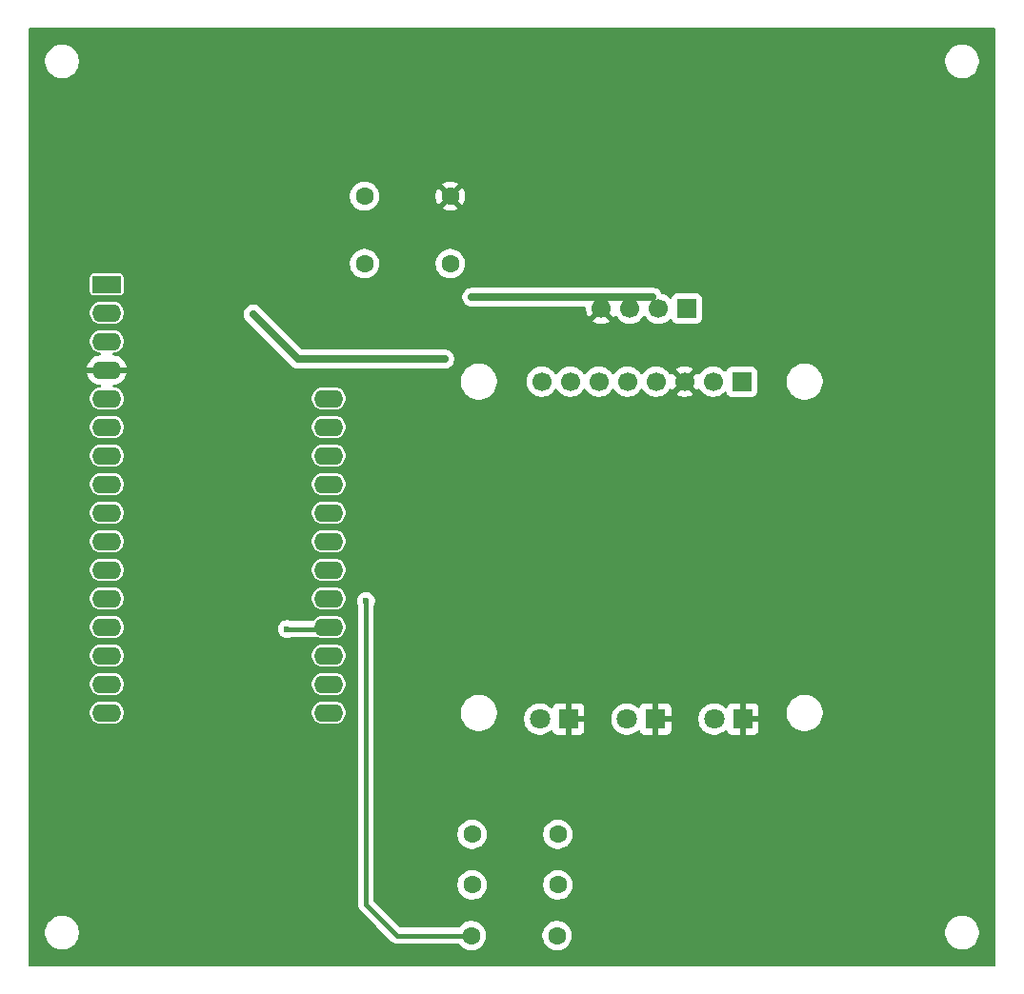
<source format=gbr>
%TF.GenerationSoftware,KiCad,Pcbnew,9.0.6*%
%TF.CreationDate,2025-11-20T03:37:51-08:00*%
%TF.ProjectId,Distance sensor PSC,44697374-616e-4636-9520-73656e736f72,2.0*%
%TF.SameCoordinates,Original*%
%TF.FileFunction,Copper,L2,Bot*%
%TF.FilePolarity,Positive*%
%FSLAX46Y46*%
G04 Gerber Fmt 4.6, Leading zero omitted, Abs format (unit mm)*
G04 Created by KiCad (PCBNEW 9.0.6) date 2025-11-20 03:37:51*
%MOMM*%
%LPD*%
G01*
G04 APERTURE LIST*
G04 Aperture macros list*
%AMRoundRect*
0 Rectangle with rounded corners*
0 $1 Rounding radius*
0 $2 $3 $4 $5 $6 $7 $8 $9 X,Y pos of 4 corners*
0 Add a 4 corners polygon primitive as box body*
4,1,4,$2,$3,$4,$5,$6,$7,$8,$9,$2,$3,0*
0 Add four circle primitives for the rounded corners*
1,1,$1+$1,$2,$3*
1,1,$1+$1,$4,$5*
1,1,$1+$1,$6,$7*
1,1,$1+$1,$8,$9*
0 Add four rect primitives between the rounded corners*
20,1,$1+$1,$2,$3,$4,$5,0*
20,1,$1+$1,$4,$5,$6,$7,0*
20,1,$1+$1,$6,$7,$8,$9,0*
20,1,$1+$1,$8,$9,$2,$3,0*%
G04 Aperture macros list end*
%TA.AperFunction,ComponentPad*%
%ADD10C,1.600000*%
%TD*%
%TA.AperFunction,ComponentPad*%
%ADD11RoundRect,0.250000X-1.050000X-0.550000X1.050000X-0.550000X1.050000X0.550000X-1.050000X0.550000X0*%
%TD*%
%TA.AperFunction,ComponentPad*%
%ADD12O,2.600000X1.600000*%
%TD*%
%TA.AperFunction,ComponentPad*%
%ADD13R,1.800000X1.800000*%
%TD*%
%TA.AperFunction,ComponentPad*%
%ADD14C,1.800000*%
%TD*%
%TA.AperFunction,ComponentPad*%
%ADD15R,1.700000X1.700000*%
%TD*%
%TA.AperFunction,ComponentPad*%
%ADD16C,1.700000*%
%TD*%
%TA.AperFunction,ViaPad*%
%ADD17C,0.600000*%
%TD*%
%TA.AperFunction,Conductor*%
%ADD18C,0.400000*%
%TD*%
%TA.AperFunction,Conductor*%
%ADD19C,0.700000*%
%TD*%
G04 APERTURE END LIST*
D10*
%TO.P,R4,1*%
%TO.N,Net-(U1-ECHO)*%
X127000000Y-69500000D03*
%TO.P,R4,2*%
%TO.N,Net-(A1-A7{slash}IO32)*%
X119380000Y-69500000D03*
%TD*%
%TO.P,R5,1*%
%TO.N,Net-(A1-A7{slash}IO32)*%
X119380000Y-63500000D03*
%TO.P,R5,2*%
%TO.N,GND*%
X127000000Y-63500000D03*
%TD*%
%TO.P,R2,1*%
%TO.N,Net-(A1-A9{slash}IO33)*%
X128940000Y-120250000D03*
%TO.P,R2,2*%
%TO.N,Net-(D3-A)*%
X136560000Y-120250000D03*
%TD*%
D11*
%TO.P,A1,1,~{RESET}*%
%TO.N,unconnected-(A1-~{RESET}-Pad1)*%
X96480000Y-71340000D03*
D12*
%TO.P,A1,2,3V3*%
%TO.N,+3.3V*%
X96480000Y-73880000D03*
%TO.P,A1,3,NC*%
%TO.N,unconnected-(A1-NC-Pad3)*%
X96480000Y-76420000D03*
%TO.P,A1,4,GND*%
%TO.N,GND*%
X96480000Y-78960000D03*
%TO.P,A1,5,DAC2/A0*%
%TO.N,unconnected-(A1-DAC2{slash}A0-Pad5)*%
X96480000Y-81500000D03*
%TO.P,A1,6,DAC1/A1*%
%TO.N,unconnected-(A1-DAC1{slash}A1-Pad6)*%
X96480000Y-84040000D03*
%TO.P,A1,7,I34/A2*%
%TO.N,unconnected-(A1-I34{slash}A2-Pad7)*%
X96480000Y-86580000D03*
%TO.P,A1,8,I39/A3*%
%TO.N,unconnected-(A1-I39{slash}A3-Pad8)*%
X96480000Y-89120000D03*
%TO.P,A1,9,IO36/A4*%
%TO.N,unconnected-(A1-IO36{slash}A4-Pad9)*%
X96480000Y-91660000D03*
%TO.P,A1,10,IO4/A5*%
%TO.N,unconnected-(A1-IO4{slash}A5-Pad10)*%
X96480000Y-94200000D03*
%TO.P,A1,11,SCK/IO5*%
%TO.N,unconnected-(A1-SCK{slash}IO5-Pad11)*%
X96480000Y-96740000D03*
%TO.P,A1,12,MOSI/IO18*%
%TO.N,unconnected-(A1-MOSI{slash}IO18-Pad12)*%
X96480000Y-99280000D03*
%TO.P,A1,13,MISO/IO19*%
%TO.N,unconnected-(A1-MISO{slash}IO19-Pad13)*%
X96480000Y-101820000D03*
%TO.P,A1,14,RX/IO16*%
%TO.N,unconnected-(A1-RX{slash}IO16-Pad14)*%
X96480000Y-104360000D03*
%TO.P,A1,15,TX/IO17*%
%TO.N,unconnected-(A1-TX{slash}IO17-Pad15)*%
X96480000Y-106900000D03*
%TO.P,A1,16,IO21*%
%TO.N,unconnected-(A1-IO21-Pad16)*%
X96480000Y-109440000D03*
%TO.P,A1,17,SDA/IO23*%
%TO.N,Net-(A1-SDA{slash}IO23)*%
X116200000Y-109440000D03*
%TO.P,A1,18,SCL/IO22*%
%TO.N,Net-(A1-SCL{slash}IO22)*%
X116200000Y-106900000D03*
%TO.P,A1,19,A6/IO14*%
%TO.N,Net-(A1-A6{slash}IO14)*%
X116200000Y-104360000D03*
%TO.P,A1,20,A7/IO32*%
%TO.N,Net-(A1-A7{slash}IO32)*%
X116200000Y-101820000D03*
%TO.P,A1,21,A8/IO15*%
%TO.N,Net-(A1-A8{slash}IO15)*%
X116200000Y-99280000D03*
%TO.P,A1,22,A9/IO33*%
%TO.N,Net-(A1-A9{slash}IO33)*%
X116200000Y-96740000D03*
%TO.P,A1,23,A10/IO27*%
%TO.N,Net-(A1-A10{slash}IO27)*%
X116200000Y-94200000D03*
%TO.P,A1,24,A11/IO12*%
%TO.N,unconnected-(A1-A11{slash}IO12-Pad24)*%
X116200000Y-91660000D03*
%TO.P,A1,25,A12/IO13*%
%TO.N,unconnected-(A1-A12{slash}IO13-Pad25)*%
X116200000Y-89120000D03*
%TO.P,A1,26,USB*%
%TO.N,+5V*%
X116200000Y-86580000D03*
%TO.P,A1,27,EN*%
%TO.N,unconnected-(A1-EN-Pad27)*%
X116200000Y-84040000D03*
%TO.P,A1,28,VBAT*%
%TO.N,unconnected-(A1-VBAT-Pad28)*%
X116200000Y-81500000D03*
%TD*%
D10*
%TO.P,R1,1*%
%TO.N,Net-(A1-A8{slash}IO15)*%
X128880000Y-129250000D03*
%TO.P,R1,2*%
%TO.N,Net-(D1-A)*%
X136500000Y-129250000D03*
%TD*%
%TO.P,R3,1*%
%TO.N,Net-(A1-A10{slash}IO27)*%
X128940000Y-124750000D03*
%TO.P,R3,2*%
%TO.N,Net-(D2-A)*%
X136560000Y-124750000D03*
%TD*%
D13*
%TO.P,D3,1,K*%
%TO.N,GND*%
X137500000Y-110000000D03*
D14*
%TO.P,D3,2,A*%
%TO.N,Net-(D3-A)*%
X134960000Y-110000000D03*
%TD*%
D15*
%TO.P,U1,1,VCC*%
%TO.N,+5V*%
X148040000Y-73500000D03*
D16*
%TO.P,U1,2,TRIG*%
%TO.N,Net-(A1-A6{slash}IO14)*%
X145500000Y-73500000D03*
%TO.P,U1,3,ECHO*%
%TO.N,Net-(U1-ECHO)*%
X142960000Y-73500000D03*
%TO.P,U1,4,GND*%
%TO.N,GND*%
X140420000Y-73500000D03*
%TD*%
D15*
%TO.P,U2,1,Vin*%
%TO.N,+3.3V*%
X152912000Y-80000000D03*
D16*
%TO.P,U2,2,3vo*%
%TO.N,unconnected-(U2-3vo-Pad2)*%
X150372000Y-80000000D03*
%TO.P,U2,3,GND*%
%TO.N,GND*%
X147832000Y-80000000D03*
%TO.P,U2,4,Reset*%
%TO.N,unconnected-(U2-Reset-Pad4)*%
X145292000Y-80000000D03*
%TO.P,U2,5,SCL*%
%TO.N,Net-(A1-SCL{slash}IO22)*%
X142752000Y-80000000D03*
%TO.P,U2,6,SDA*%
%TO.N,Net-(A1-SDA{slash}IO23)*%
X140212000Y-80000000D03*
%TO.P,U2,7*%
%TO.N,N/C*%
X137672000Y-80000000D03*
%TO.P,U2,8*%
X135132000Y-80000000D03*
%TD*%
D13*
%TO.P,D1,1,K*%
%TO.N,GND*%
X153000000Y-110000000D03*
D14*
%TO.P,D1,2,A*%
%TO.N,Net-(D1-A)*%
X150460000Y-110000000D03*
%TD*%
D13*
%TO.P,D2,1,K*%
%TO.N,GND*%
X145250000Y-110000000D03*
D14*
%TO.P,D2,2,A*%
%TO.N,Net-(D2-A)*%
X142710000Y-110000000D03*
%TD*%
D17*
%TO.N,Net-(A1-A8{slash}IO15)*%
X119500000Y-99500000D03*
%TO.N,Net-(A1-A7{slash}IO32)*%
X112500000Y-102000000D03*
%TO.N,+3.3V*%
X109500000Y-74000000D03*
X126500000Y-78000000D03*
%TO.N,GND*%
X140000000Y-115000000D03*
X132000000Y-59000000D03*
X114500000Y-61000000D03*
X156000000Y-116000000D03*
X137500000Y-70500000D03*
X151500000Y-75500000D03*
X147000000Y-115500000D03*
X158500000Y-66500000D03*
X92500000Y-79000000D03*
%TO.N,+5V*%
X145000000Y-72500000D03*
X128932900Y-72500000D03*
%TD*%
D18*
%TO.N,Net-(A1-A8{slash}IO15)*%
X119500000Y-99500000D02*
X119500000Y-126500000D01*
X122250000Y-129250000D02*
X128880000Y-129250000D01*
X119500000Y-126500000D02*
X122250000Y-129250000D01*
%TO.N,Net-(A1-A7{slash}IO32)*%
X112500000Y-102000000D02*
X116320000Y-102000000D01*
X116320000Y-102000000D02*
X116500000Y-101820000D01*
D19*
%TO.N,+3.3V*%
X126500000Y-78000000D02*
X113500000Y-78000000D01*
X113500000Y-78000000D02*
X109500000Y-74000000D01*
%TO.N,+5V*%
X145000000Y-72500000D02*
X128932900Y-72500000D01*
%TD*%
%TA.AperFunction,Conductor*%
%TO.N,GND*%
G36*
X175412915Y-48549809D02*
G01*
X175458670Y-48602613D01*
X175469876Y-48654124D01*
X175469876Y-131875500D01*
X175450191Y-131942539D01*
X175397387Y-131988294D01*
X175345876Y-131999500D01*
X89624500Y-131999500D01*
X89557461Y-131979815D01*
X89511706Y-131927011D01*
X89500500Y-131875500D01*
X89500500Y-128881902D01*
X90999500Y-128881902D01*
X90999500Y-129118097D01*
X91036446Y-129351368D01*
X91109433Y-129575996D01*
X91216657Y-129786433D01*
X91355483Y-129977510D01*
X91522490Y-130144517D01*
X91713567Y-130283343D01*
X91812991Y-130334002D01*
X91924003Y-130390566D01*
X91924005Y-130390566D01*
X91924008Y-130390568D01*
X92044412Y-130429689D01*
X92148631Y-130463553D01*
X92381903Y-130500500D01*
X92381908Y-130500500D01*
X92618097Y-130500500D01*
X92851368Y-130463553D01*
X92877020Y-130455218D01*
X93075992Y-130390568D01*
X93286433Y-130283343D01*
X93477510Y-130144517D01*
X93644517Y-129977510D01*
X93783343Y-129786433D01*
X93890568Y-129575992D01*
X93963553Y-129351368D01*
X94000500Y-129118097D01*
X94000500Y-128881902D01*
X93963553Y-128648631D01*
X93890566Y-128424003D01*
X93783342Y-128213566D01*
X93644517Y-128022490D01*
X93477510Y-127855483D01*
X93286433Y-127716657D01*
X93075996Y-127609433D01*
X92851368Y-127536446D01*
X92618097Y-127499500D01*
X92618092Y-127499500D01*
X92381908Y-127499500D01*
X92381903Y-127499500D01*
X92148631Y-127536446D01*
X91924003Y-127609433D01*
X91713566Y-127716657D01*
X91604550Y-127795862D01*
X91522490Y-127855483D01*
X91522488Y-127855485D01*
X91522487Y-127855485D01*
X91355485Y-128022487D01*
X91355485Y-128022488D01*
X91355483Y-128022490D01*
X91339288Y-128044781D01*
X91216657Y-128213566D01*
X91109433Y-128424003D01*
X91036446Y-128648631D01*
X90999500Y-128881902D01*
X89500500Y-128881902D01*
X89500500Y-109538543D01*
X94979499Y-109538543D01*
X95017947Y-109731829D01*
X95017950Y-109731839D01*
X95093364Y-109913907D01*
X95093371Y-109913920D01*
X95202860Y-110077781D01*
X95202863Y-110077785D01*
X95342214Y-110217136D01*
X95342218Y-110217139D01*
X95506079Y-110326628D01*
X95506092Y-110326635D01*
X95586861Y-110360090D01*
X95688165Y-110402051D01*
X95688169Y-110402051D01*
X95688170Y-110402052D01*
X95881456Y-110440500D01*
X95881459Y-110440500D01*
X97078543Y-110440500D01*
X97208582Y-110414632D01*
X97271835Y-110402051D01*
X97453914Y-110326632D01*
X97617782Y-110217139D01*
X97757139Y-110077782D01*
X97866632Y-109913914D01*
X97942051Y-109731835D01*
X97980500Y-109538543D01*
X114699499Y-109538543D01*
X114737947Y-109731829D01*
X114737950Y-109731839D01*
X114813364Y-109913907D01*
X114813371Y-109913920D01*
X114922860Y-110077781D01*
X114922863Y-110077785D01*
X115062214Y-110217136D01*
X115062218Y-110217139D01*
X115226079Y-110326628D01*
X115226092Y-110326635D01*
X115306861Y-110360090D01*
X115408165Y-110402051D01*
X115408169Y-110402051D01*
X115408170Y-110402052D01*
X115601456Y-110440500D01*
X115601459Y-110440500D01*
X116798543Y-110440500D01*
X116928582Y-110414632D01*
X116991835Y-110402051D01*
X117173914Y-110326632D01*
X117337782Y-110217139D01*
X117477139Y-110077782D01*
X117586632Y-109913914D01*
X117662051Y-109731835D01*
X117700500Y-109538541D01*
X117700500Y-109341459D01*
X117700500Y-109341456D01*
X117662052Y-109148170D01*
X117662051Y-109148169D01*
X117662051Y-109148165D01*
X117662049Y-109148160D01*
X117586635Y-108966092D01*
X117586628Y-108966079D01*
X117477139Y-108802218D01*
X117477136Y-108802214D01*
X117337785Y-108662863D01*
X117337781Y-108662860D01*
X117173920Y-108553371D01*
X117173907Y-108553364D01*
X116991839Y-108477950D01*
X116991829Y-108477947D01*
X116798543Y-108439500D01*
X116798541Y-108439500D01*
X115601459Y-108439500D01*
X115601457Y-108439500D01*
X115408170Y-108477947D01*
X115408160Y-108477950D01*
X115226092Y-108553364D01*
X115226079Y-108553371D01*
X115062218Y-108662860D01*
X115062214Y-108662863D01*
X114922863Y-108802214D01*
X114922860Y-108802218D01*
X114813371Y-108966079D01*
X114813364Y-108966092D01*
X114737950Y-109148160D01*
X114737947Y-109148170D01*
X114699500Y-109341456D01*
X114699500Y-109341459D01*
X114699500Y-109538541D01*
X114699500Y-109538543D01*
X114699499Y-109538543D01*
X97980500Y-109538543D01*
X97980500Y-109538541D01*
X97980500Y-109341459D01*
X97980500Y-109341456D01*
X97942052Y-109148170D01*
X97942051Y-109148169D01*
X97942051Y-109148165D01*
X97942049Y-109148160D01*
X97866635Y-108966092D01*
X97866628Y-108966079D01*
X97757139Y-108802218D01*
X97757136Y-108802214D01*
X97617785Y-108662863D01*
X97617781Y-108662860D01*
X97453920Y-108553371D01*
X97453907Y-108553364D01*
X97271839Y-108477950D01*
X97271829Y-108477947D01*
X97078543Y-108439500D01*
X97078541Y-108439500D01*
X95881459Y-108439500D01*
X95881457Y-108439500D01*
X95688170Y-108477947D01*
X95688160Y-108477950D01*
X95506092Y-108553364D01*
X95506079Y-108553371D01*
X95342218Y-108662860D01*
X95342214Y-108662863D01*
X95202863Y-108802214D01*
X95202860Y-108802218D01*
X95093371Y-108966079D01*
X95093364Y-108966092D01*
X95017950Y-109148160D01*
X95017947Y-109148170D01*
X94979500Y-109341456D01*
X94979500Y-109341459D01*
X94979500Y-109538541D01*
X94979500Y-109538543D01*
X94979499Y-109538543D01*
X89500500Y-109538543D01*
X89500500Y-106998543D01*
X94979499Y-106998543D01*
X95017947Y-107191829D01*
X95017950Y-107191839D01*
X95093364Y-107373907D01*
X95093371Y-107373920D01*
X95202860Y-107537781D01*
X95202863Y-107537785D01*
X95342214Y-107677136D01*
X95342218Y-107677139D01*
X95506079Y-107786628D01*
X95506092Y-107786635D01*
X95688160Y-107862049D01*
X95688165Y-107862051D01*
X95688169Y-107862051D01*
X95688170Y-107862052D01*
X95881456Y-107900500D01*
X95881459Y-107900500D01*
X97078543Y-107900500D01*
X97264550Y-107863500D01*
X97271835Y-107862051D01*
X97453914Y-107786632D01*
X97617782Y-107677139D01*
X97757139Y-107537782D01*
X97866632Y-107373914D01*
X97942051Y-107191835D01*
X97980500Y-106998543D01*
X114699499Y-106998543D01*
X114737947Y-107191829D01*
X114737950Y-107191839D01*
X114813364Y-107373907D01*
X114813371Y-107373920D01*
X114922860Y-107537781D01*
X114922863Y-107537785D01*
X115062214Y-107677136D01*
X115062218Y-107677139D01*
X115226079Y-107786628D01*
X115226092Y-107786635D01*
X115408160Y-107862049D01*
X115408165Y-107862051D01*
X115408169Y-107862051D01*
X115408170Y-107862052D01*
X115601456Y-107900500D01*
X115601459Y-107900500D01*
X116798543Y-107900500D01*
X116984550Y-107863500D01*
X116991835Y-107862051D01*
X117173914Y-107786632D01*
X117337782Y-107677139D01*
X117477139Y-107537782D01*
X117586632Y-107373914D01*
X117662051Y-107191835D01*
X117700500Y-106998541D01*
X117700500Y-106801459D01*
X117700500Y-106801456D01*
X117662052Y-106608170D01*
X117662051Y-106608169D01*
X117662051Y-106608165D01*
X117662049Y-106608160D01*
X117586635Y-106426092D01*
X117586628Y-106426079D01*
X117477139Y-106262218D01*
X117477136Y-106262214D01*
X117337785Y-106122863D01*
X117337781Y-106122860D01*
X117173920Y-106013371D01*
X117173907Y-106013364D01*
X116991839Y-105937950D01*
X116991829Y-105937947D01*
X116798543Y-105899500D01*
X116798541Y-105899500D01*
X115601459Y-105899500D01*
X115601457Y-105899500D01*
X115408170Y-105937947D01*
X115408160Y-105937950D01*
X115226092Y-106013364D01*
X115226079Y-106013371D01*
X115062218Y-106122860D01*
X115062214Y-106122863D01*
X114922863Y-106262214D01*
X114922860Y-106262218D01*
X114813371Y-106426079D01*
X114813364Y-106426092D01*
X114737950Y-106608160D01*
X114737947Y-106608170D01*
X114699500Y-106801456D01*
X114699500Y-106801459D01*
X114699500Y-106998541D01*
X114699500Y-106998543D01*
X114699499Y-106998543D01*
X97980500Y-106998543D01*
X97980500Y-106998541D01*
X97980500Y-106801459D01*
X97980500Y-106801456D01*
X97942052Y-106608170D01*
X97942051Y-106608169D01*
X97942051Y-106608165D01*
X97942049Y-106608160D01*
X97866635Y-106426092D01*
X97866628Y-106426079D01*
X97757139Y-106262218D01*
X97757136Y-106262214D01*
X97617785Y-106122863D01*
X97617781Y-106122860D01*
X97453920Y-106013371D01*
X97453907Y-106013364D01*
X97271839Y-105937950D01*
X97271829Y-105937947D01*
X97078543Y-105899500D01*
X97078541Y-105899500D01*
X95881459Y-105899500D01*
X95881457Y-105899500D01*
X95688170Y-105937947D01*
X95688160Y-105937950D01*
X95506092Y-106013364D01*
X95506079Y-106013371D01*
X95342218Y-106122860D01*
X95342214Y-106122863D01*
X95202863Y-106262214D01*
X95202860Y-106262218D01*
X95093371Y-106426079D01*
X95093364Y-106426092D01*
X95017950Y-106608160D01*
X95017947Y-106608170D01*
X94979500Y-106801456D01*
X94979500Y-106801459D01*
X94979500Y-106998541D01*
X94979500Y-106998543D01*
X94979499Y-106998543D01*
X89500500Y-106998543D01*
X89500500Y-104458543D01*
X94979499Y-104458543D01*
X95017947Y-104651829D01*
X95017950Y-104651839D01*
X95093364Y-104833907D01*
X95093371Y-104833920D01*
X95202860Y-104997781D01*
X95202863Y-104997785D01*
X95342214Y-105137136D01*
X95342218Y-105137139D01*
X95506079Y-105246628D01*
X95506092Y-105246635D01*
X95688160Y-105322049D01*
X95688165Y-105322051D01*
X95688169Y-105322051D01*
X95688170Y-105322052D01*
X95881456Y-105360500D01*
X95881459Y-105360500D01*
X97078543Y-105360500D01*
X97208582Y-105334632D01*
X97271835Y-105322051D01*
X97453914Y-105246632D01*
X97617782Y-105137139D01*
X97757139Y-104997782D01*
X97866632Y-104833914D01*
X97942051Y-104651835D01*
X97980500Y-104458543D01*
X114699499Y-104458543D01*
X114737947Y-104651829D01*
X114737950Y-104651839D01*
X114813364Y-104833907D01*
X114813371Y-104833920D01*
X114922860Y-104997781D01*
X114922863Y-104997785D01*
X115062214Y-105137136D01*
X115062218Y-105137139D01*
X115226079Y-105246628D01*
X115226092Y-105246635D01*
X115408160Y-105322049D01*
X115408165Y-105322051D01*
X115408169Y-105322051D01*
X115408170Y-105322052D01*
X115601456Y-105360500D01*
X115601459Y-105360500D01*
X116798543Y-105360500D01*
X116928582Y-105334632D01*
X116991835Y-105322051D01*
X117173914Y-105246632D01*
X117337782Y-105137139D01*
X117477139Y-104997782D01*
X117586632Y-104833914D01*
X117662051Y-104651835D01*
X117700500Y-104458541D01*
X117700500Y-104261459D01*
X117700500Y-104261456D01*
X117662052Y-104068170D01*
X117662051Y-104068169D01*
X117662051Y-104068165D01*
X117662049Y-104068160D01*
X117586635Y-103886092D01*
X117586628Y-103886079D01*
X117477139Y-103722218D01*
X117477136Y-103722214D01*
X117337785Y-103582863D01*
X117337781Y-103582860D01*
X117173920Y-103473371D01*
X117173907Y-103473364D01*
X116991839Y-103397950D01*
X116991829Y-103397947D01*
X116798543Y-103359500D01*
X116798541Y-103359500D01*
X115601459Y-103359500D01*
X115601457Y-103359500D01*
X115408170Y-103397947D01*
X115408160Y-103397950D01*
X115226092Y-103473364D01*
X115226079Y-103473371D01*
X115062218Y-103582860D01*
X115062214Y-103582863D01*
X114922863Y-103722214D01*
X114922860Y-103722218D01*
X114813371Y-103886079D01*
X114813364Y-103886092D01*
X114737950Y-104068160D01*
X114737947Y-104068170D01*
X114699500Y-104261456D01*
X114699500Y-104261459D01*
X114699500Y-104458541D01*
X114699500Y-104458543D01*
X114699499Y-104458543D01*
X97980500Y-104458543D01*
X97980500Y-104458541D01*
X97980500Y-104261459D01*
X97980500Y-104261456D01*
X97942052Y-104068170D01*
X97942051Y-104068169D01*
X97942051Y-104068165D01*
X97942049Y-104068160D01*
X97866635Y-103886092D01*
X97866628Y-103886079D01*
X97757139Y-103722218D01*
X97757136Y-103722214D01*
X97617785Y-103582863D01*
X97617781Y-103582860D01*
X97453920Y-103473371D01*
X97453907Y-103473364D01*
X97271839Y-103397950D01*
X97271829Y-103397947D01*
X97078543Y-103359500D01*
X97078541Y-103359500D01*
X95881459Y-103359500D01*
X95881457Y-103359500D01*
X95688170Y-103397947D01*
X95688160Y-103397950D01*
X95506092Y-103473364D01*
X95506079Y-103473371D01*
X95342218Y-103582860D01*
X95342214Y-103582863D01*
X95202863Y-103722214D01*
X95202860Y-103722218D01*
X95093371Y-103886079D01*
X95093364Y-103886092D01*
X95017950Y-104068160D01*
X95017947Y-104068170D01*
X94979500Y-104261456D01*
X94979500Y-104261459D01*
X94979500Y-104458541D01*
X94979500Y-104458543D01*
X94979499Y-104458543D01*
X89500500Y-104458543D01*
X89500500Y-101918543D01*
X94979499Y-101918543D01*
X95017947Y-102111829D01*
X95017950Y-102111839D01*
X95093364Y-102293907D01*
X95093371Y-102293920D01*
X95202860Y-102457781D01*
X95202863Y-102457785D01*
X95342214Y-102597136D01*
X95342218Y-102597139D01*
X95506079Y-102706628D01*
X95506092Y-102706635D01*
X95688160Y-102782049D01*
X95688165Y-102782051D01*
X95688169Y-102782051D01*
X95688170Y-102782052D01*
X95881456Y-102820500D01*
X95881459Y-102820500D01*
X97078543Y-102820500D01*
X97208582Y-102794632D01*
X97271835Y-102782051D01*
X97453914Y-102706632D01*
X97617782Y-102597139D01*
X97757139Y-102457782D01*
X97866632Y-102293914D01*
X97942051Y-102111835D01*
X97954632Y-102048582D01*
X97979981Y-101921153D01*
X111699500Y-101921153D01*
X111699500Y-102078846D01*
X111730261Y-102233489D01*
X111730264Y-102233501D01*
X111790602Y-102379172D01*
X111790609Y-102379185D01*
X111878210Y-102510288D01*
X111878213Y-102510292D01*
X111989707Y-102621786D01*
X111989711Y-102621789D01*
X112120814Y-102709390D01*
X112120827Y-102709397D01*
X112266498Y-102769735D01*
X112266503Y-102769737D01*
X112421153Y-102800499D01*
X112421156Y-102800500D01*
X112421158Y-102800500D01*
X112578844Y-102800500D01*
X112578845Y-102800499D01*
X112733497Y-102769737D01*
X112808963Y-102738478D01*
X112877864Y-102709939D01*
X112925316Y-102700500D01*
X115186617Y-102700500D01*
X115234069Y-102709939D01*
X115408160Y-102782049D01*
X115408165Y-102782051D01*
X115408169Y-102782051D01*
X115408170Y-102782052D01*
X115601456Y-102820500D01*
X115601459Y-102820500D01*
X116798543Y-102820500D01*
X116928582Y-102794632D01*
X116991835Y-102782051D01*
X117173914Y-102706632D01*
X117337782Y-102597139D01*
X117477139Y-102457782D01*
X117586632Y-102293914D01*
X117662051Y-102111835D01*
X117674632Y-102048582D01*
X117700500Y-101918543D01*
X117700500Y-101721456D01*
X117662052Y-101528170D01*
X117662051Y-101528169D01*
X117662051Y-101528165D01*
X117646121Y-101489707D01*
X117586635Y-101346092D01*
X117586628Y-101346079D01*
X117477139Y-101182218D01*
X117477136Y-101182214D01*
X117337785Y-101042863D01*
X117337781Y-101042860D01*
X117173920Y-100933371D01*
X117173907Y-100933364D01*
X116991839Y-100857950D01*
X116991829Y-100857947D01*
X116798543Y-100819500D01*
X116798541Y-100819500D01*
X115601459Y-100819500D01*
X115601457Y-100819500D01*
X115408170Y-100857947D01*
X115408160Y-100857950D01*
X115226092Y-100933364D01*
X115226079Y-100933371D01*
X115062218Y-101042860D01*
X115062214Y-101042863D01*
X114922863Y-101182214D01*
X114922860Y-101182218D01*
X114881318Y-101244391D01*
X114827706Y-101289196D01*
X114778216Y-101299500D01*
X112925316Y-101299500D01*
X112877864Y-101290061D01*
X112733501Y-101230264D01*
X112733489Y-101230261D01*
X112578845Y-101199500D01*
X112578842Y-101199500D01*
X112421158Y-101199500D01*
X112421155Y-101199500D01*
X112266510Y-101230261D01*
X112266498Y-101230264D01*
X112120827Y-101290602D01*
X112120814Y-101290609D01*
X111989711Y-101378210D01*
X111989707Y-101378213D01*
X111878213Y-101489707D01*
X111878210Y-101489711D01*
X111790609Y-101620814D01*
X111790602Y-101620827D01*
X111730264Y-101766498D01*
X111730261Y-101766510D01*
X111699500Y-101921153D01*
X97979981Y-101921153D01*
X97980500Y-101918543D01*
X97980500Y-101721456D01*
X97942052Y-101528170D01*
X97942051Y-101528169D01*
X97942051Y-101528165D01*
X97926121Y-101489707D01*
X97866635Y-101346092D01*
X97866628Y-101346079D01*
X97757139Y-101182218D01*
X97757136Y-101182214D01*
X97617785Y-101042863D01*
X97617781Y-101042860D01*
X97453920Y-100933371D01*
X97453907Y-100933364D01*
X97271839Y-100857950D01*
X97271829Y-100857947D01*
X97078543Y-100819500D01*
X97078541Y-100819500D01*
X95881459Y-100819500D01*
X95881457Y-100819500D01*
X95688170Y-100857947D01*
X95688160Y-100857950D01*
X95506092Y-100933364D01*
X95506079Y-100933371D01*
X95342218Y-101042860D01*
X95342214Y-101042863D01*
X95202863Y-101182214D01*
X95202860Y-101182218D01*
X95093371Y-101346079D01*
X95093364Y-101346092D01*
X95017950Y-101528160D01*
X95017947Y-101528170D01*
X94979500Y-101721456D01*
X94979500Y-101721459D01*
X94979500Y-101918541D01*
X94979500Y-101918543D01*
X94979499Y-101918543D01*
X89500500Y-101918543D01*
X89500500Y-99378543D01*
X94979499Y-99378543D01*
X95017947Y-99571829D01*
X95017950Y-99571839D01*
X95093364Y-99753907D01*
X95093371Y-99753920D01*
X95202860Y-99917781D01*
X95202863Y-99917785D01*
X95342214Y-100057136D01*
X95342218Y-100057139D01*
X95506079Y-100166628D01*
X95506092Y-100166635D01*
X95688160Y-100242049D01*
X95688165Y-100242051D01*
X95688169Y-100242051D01*
X95688170Y-100242052D01*
X95881456Y-100280500D01*
X95881459Y-100280500D01*
X97078543Y-100280500D01*
X97208582Y-100254632D01*
X97271835Y-100242051D01*
X97453914Y-100166632D01*
X97617782Y-100057139D01*
X97757139Y-99917782D01*
X97866632Y-99753914D01*
X97942051Y-99571835D01*
X97972023Y-99421158D01*
X97980500Y-99378543D01*
X114699499Y-99378543D01*
X114737947Y-99571829D01*
X114737950Y-99571839D01*
X114813364Y-99753907D01*
X114813371Y-99753920D01*
X114922860Y-99917781D01*
X114922863Y-99917785D01*
X115062214Y-100057136D01*
X115062218Y-100057139D01*
X115226079Y-100166628D01*
X115226092Y-100166635D01*
X115408160Y-100242049D01*
X115408165Y-100242051D01*
X115408169Y-100242051D01*
X115408170Y-100242052D01*
X115601456Y-100280500D01*
X115601459Y-100280500D01*
X116798543Y-100280500D01*
X116928582Y-100254632D01*
X116991835Y-100242051D01*
X117173914Y-100166632D01*
X117337782Y-100057139D01*
X117477139Y-99917782D01*
X117586632Y-99753914D01*
X117662051Y-99571835D01*
X117692023Y-99421158D01*
X117692024Y-99421153D01*
X118699500Y-99421153D01*
X118699500Y-99578846D01*
X118730261Y-99733489D01*
X118730264Y-99733501D01*
X118790061Y-99877864D01*
X118799500Y-99925316D01*
X118799500Y-126431006D01*
X118799500Y-126568994D01*
X118799500Y-126568996D01*
X118799499Y-126568996D01*
X118826418Y-126704322D01*
X118826421Y-126704332D01*
X118879222Y-126831807D01*
X118955887Y-126946545D01*
X118955888Y-126946546D01*
X120412124Y-128402781D01*
X121803457Y-129794114D01*
X121848238Y-129824035D01*
X121918189Y-129870775D01*
X122008332Y-129908113D01*
X122045671Y-129923580D01*
X122072591Y-129928934D01*
X122162937Y-129946905D01*
X122181006Y-129950500D01*
X122181007Y-129950500D01*
X127718256Y-129950500D01*
X127785295Y-129970185D01*
X127818575Y-130001616D01*
X127888030Y-130097215D01*
X128032786Y-130241971D01*
X128187749Y-130354556D01*
X128198390Y-130362287D01*
X128253895Y-130390568D01*
X128380776Y-130455218D01*
X128380778Y-130455218D01*
X128380781Y-130455220D01*
X128485137Y-130489127D01*
X128575465Y-130518477D01*
X128676557Y-130534488D01*
X128777648Y-130550500D01*
X128777649Y-130550500D01*
X128982351Y-130550500D01*
X128982352Y-130550500D01*
X129184534Y-130518477D01*
X129379219Y-130455220D01*
X129561610Y-130362287D01*
X129670268Y-130283343D01*
X129727213Y-130241971D01*
X129727215Y-130241968D01*
X129727219Y-130241966D01*
X129871966Y-130097219D01*
X129871968Y-130097215D01*
X129871971Y-130097213D01*
X129941425Y-130001616D01*
X129992287Y-129931610D01*
X130085220Y-129749219D01*
X130148477Y-129554534D01*
X130180500Y-129352352D01*
X130180500Y-129147648D01*
X135199500Y-129147648D01*
X135199500Y-129352351D01*
X135231522Y-129554534D01*
X135294781Y-129749223D01*
X135356716Y-129870775D01*
X135386347Y-129928930D01*
X135387715Y-129931613D01*
X135508028Y-130097213D01*
X135652786Y-130241971D01*
X135807749Y-130354556D01*
X135818390Y-130362287D01*
X135873895Y-130390568D01*
X136000776Y-130455218D01*
X136000778Y-130455218D01*
X136000781Y-130455220D01*
X136105137Y-130489127D01*
X136195465Y-130518477D01*
X136296557Y-130534488D01*
X136397648Y-130550500D01*
X136397649Y-130550500D01*
X136602351Y-130550500D01*
X136602352Y-130550500D01*
X136804534Y-130518477D01*
X136999219Y-130455220D01*
X137181610Y-130362287D01*
X137290268Y-130283343D01*
X137347213Y-130241971D01*
X137347215Y-130241968D01*
X137347219Y-130241966D01*
X137491966Y-130097219D01*
X137491968Y-130097215D01*
X137491971Y-130097213D01*
X137561425Y-130001616D01*
X137612287Y-129931610D01*
X137705220Y-129749219D01*
X137768477Y-129554534D01*
X137800500Y-129352352D01*
X137800500Y-129147648D01*
X137768477Y-128945466D01*
X137768475Y-128945461D01*
X137768475Y-128945458D01*
X137758694Y-128915356D01*
X137758693Y-128915354D01*
X137747824Y-128881902D01*
X170999500Y-128881902D01*
X170999500Y-129118097D01*
X171036446Y-129351368D01*
X171109433Y-129575996D01*
X171216657Y-129786433D01*
X171355483Y-129977510D01*
X171522490Y-130144517D01*
X171713567Y-130283343D01*
X171812991Y-130334002D01*
X171924003Y-130390566D01*
X171924005Y-130390566D01*
X171924008Y-130390568D01*
X172044412Y-130429689D01*
X172148631Y-130463553D01*
X172381903Y-130500500D01*
X172381908Y-130500500D01*
X172618097Y-130500500D01*
X172851368Y-130463553D01*
X172877020Y-130455218D01*
X173075992Y-130390568D01*
X173286433Y-130283343D01*
X173477510Y-130144517D01*
X173644517Y-129977510D01*
X173783343Y-129786433D01*
X173890568Y-129575992D01*
X173963553Y-129351368D01*
X174000500Y-129118097D01*
X174000500Y-128881902D01*
X173963553Y-128648631D01*
X173890566Y-128424003D01*
X173783342Y-128213566D01*
X173644517Y-128022490D01*
X173477510Y-127855483D01*
X173286433Y-127716657D01*
X173075996Y-127609433D01*
X172851368Y-127536446D01*
X172618097Y-127499500D01*
X172618092Y-127499500D01*
X172381908Y-127499500D01*
X172381903Y-127499500D01*
X172148631Y-127536446D01*
X171924003Y-127609433D01*
X171713566Y-127716657D01*
X171604550Y-127795862D01*
X171522490Y-127855483D01*
X171522488Y-127855485D01*
X171522487Y-127855485D01*
X171355485Y-128022487D01*
X171355485Y-128022488D01*
X171355483Y-128022490D01*
X171339288Y-128044781D01*
X171216657Y-128213566D01*
X171109433Y-128424003D01*
X171036446Y-128648631D01*
X170999500Y-128881902D01*
X137747824Y-128881902D01*
X137705220Y-128750781D01*
X137612287Y-128568390D01*
X137572176Y-128513181D01*
X137491971Y-128402786D01*
X137347213Y-128258028D01*
X137181613Y-128137715D01*
X137181612Y-128137714D01*
X137181610Y-128137713D01*
X137124653Y-128108691D01*
X136999223Y-128044781D01*
X136804534Y-127981522D01*
X136629995Y-127953878D01*
X136602352Y-127949500D01*
X136397648Y-127949500D01*
X136373329Y-127953351D01*
X136195465Y-127981522D01*
X136000776Y-128044781D01*
X135818386Y-128137715D01*
X135652786Y-128258028D01*
X135508028Y-128402786D01*
X135387715Y-128568386D01*
X135294781Y-128750776D01*
X135231522Y-128945465D01*
X135199500Y-129147648D01*
X130180500Y-129147648D01*
X130148477Y-128945466D01*
X130148476Y-128945464D01*
X130085218Y-128750776D01*
X130033172Y-128648631D01*
X129992287Y-128568390D01*
X129952176Y-128513181D01*
X129871971Y-128402786D01*
X129727213Y-128258028D01*
X129561613Y-128137715D01*
X129561612Y-128137714D01*
X129561610Y-128137713D01*
X129504653Y-128108691D01*
X129379223Y-128044781D01*
X129184534Y-127981522D01*
X129009995Y-127953878D01*
X128982352Y-127949500D01*
X128777648Y-127949500D01*
X128753329Y-127953351D01*
X128575465Y-127981522D01*
X128380776Y-128044781D01*
X128198386Y-128137715D01*
X128032786Y-128258028D01*
X127888030Y-128402784D01*
X127818575Y-128498384D01*
X127763245Y-128541051D01*
X127718256Y-128549500D01*
X122591519Y-128549500D01*
X122524480Y-128529815D01*
X122503838Y-128513181D01*
X120236819Y-126246162D01*
X120203334Y-126184839D01*
X120200500Y-126158481D01*
X120200500Y-124647648D01*
X127639500Y-124647648D01*
X127639500Y-124852351D01*
X127671522Y-125054534D01*
X127734781Y-125249223D01*
X127827715Y-125431613D01*
X127948028Y-125597213D01*
X128092786Y-125741971D01*
X128247749Y-125854556D01*
X128258390Y-125862287D01*
X128374607Y-125921503D01*
X128440776Y-125955218D01*
X128440778Y-125955218D01*
X128440781Y-125955220D01*
X128545137Y-125989127D01*
X128635465Y-126018477D01*
X128736557Y-126034488D01*
X128837648Y-126050500D01*
X128837649Y-126050500D01*
X129042351Y-126050500D01*
X129042352Y-126050500D01*
X129244534Y-126018477D01*
X129439219Y-125955220D01*
X129621610Y-125862287D01*
X129714590Y-125794732D01*
X129787213Y-125741971D01*
X129787215Y-125741968D01*
X129787219Y-125741966D01*
X129931966Y-125597219D01*
X129931968Y-125597215D01*
X129931971Y-125597213D01*
X129984732Y-125524590D01*
X130052287Y-125431610D01*
X130145220Y-125249219D01*
X130208477Y-125054534D01*
X130240500Y-124852352D01*
X130240500Y-124647648D01*
X135259500Y-124647648D01*
X135259500Y-124852351D01*
X135291522Y-125054534D01*
X135354781Y-125249223D01*
X135447715Y-125431613D01*
X135568028Y-125597213D01*
X135712786Y-125741971D01*
X135867749Y-125854556D01*
X135878390Y-125862287D01*
X135994607Y-125921503D01*
X136060776Y-125955218D01*
X136060778Y-125955218D01*
X136060781Y-125955220D01*
X136165137Y-125989127D01*
X136255465Y-126018477D01*
X136356557Y-126034488D01*
X136457648Y-126050500D01*
X136457649Y-126050500D01*
X136662351Y-126050500D01*
X136662352Y-126050500D01*
X136864534Y-126018477D01*
X137059219Y-125955220D01*
X137241610Y-125862287D01*
X137334590Y-125794732D01*
X137407213Y-125741971D01*
X137407215Y-125741968D01*
X137407219Y-125741966D01*
X137551966Y-125597219D01*
X137551968Y-125597215D01*
X137551971Y-125597213D01*
X137604732Y-125524590D01*
X137672287Y-125431610D01*
X137765220Y-125249219D01*
X137828477Y-125054534D01*
X137860500Y-124852352D01*
X137860500Y-124647648D01*
X137828477Y-124445466D01*
X137765220Y-124250781D01*
X137765218Y-124250778D01*
X137765218Y-124250776D01*
X137731503Y-124184607D01*
X137672287Y-124068390D01*
X137664556Y-124057749D01*
X137551971Y-123902786D01*
X137407213Y-123758028D01*
X137241613Y-123637715D01*
X137241612Y-123637714D01*
X137241610Y-123637713D01*
X137184653Y-123608691D01*
X137059223Y-123544781D01*
X136864534Y-123481522D01*
X136689995Y-123453878D01*
X136662352Y-123449500D01*
X136457648Y-123449500D01*
X136433329Y-123453351D01*
X136255465Y-123481522D01*
X136060776Y-123544781D01*
X135878386Y-123637715D01*
X135712786Y-123758028D01*
X135568028Y-123902786D01*
X135447715Y-124068386D01*
X135354781Y-124250776D01*
X135291522Y-124445465D01*
X135259500Y-124647648D01*
X130240500Y-124647648D01*
X130208477Y-124445466D01*
X130145220Y-124250781D01*
X130145218Y-124250778D01*
X130145218Y-124250776D01*
X130111503Y-124184607D01*
X130052287Y-124068390D01*
X130044556Y-124057749D01*
X129931971Y-123902786D01*
X129787213Y-123758028D01*
X129621613Y-123637715D01*
X129621612Y-123637714D01*
X129621610Y-123637713D01*
X129564653Y-123608691D01*
X129439223Y-123544781D01*
X129244534Y-123481522D01*
X129069995Y-123453878D01*
X129042352Y-123449500D01*
X128837648Y-123449500D01*
X128813329Y-123453351D01*
X128635465Y-123481522D01*
X128440776Y-123544781D01*
X128258386Y-123637715D01*
X128092786Y-123758028D01*
X127948028Y-123902786D01*
X127827715Y-124068386D01*
X127734781Y-124250776D01*
X127671522Y-124445465D01*
X127639500Y-124647648D01*
X120200500Y-124647648D01*
X120200500Y-120147648D01*
X127639500Y-120147648D01*
X127639500Y-120352351D01*
X127671522Y-120554534D01*
X127734781Y-120749223D01*
X127827715Y-120931613D01*
X127948028Y-121097213D01*
X128092786Y-121241971D01*
X128247749Y-121354556D01*
X128258390Y-121362287D01*
X128374607Y-121421503D01*
X128440776Y-121455218D01*
X128440778Y-121455218D01*
X128440781Y-121455220D01*
X128545137Y-121489127D01*
X128635465Y-121518477D01*
X128736557Y-121534488D01*
X128837648Y-121550500D01*
X128837649Y-121550500D01*
X129042351Y-121550500D01*
X129042352Y-121550500D01*
X129244534Y-121518477D01*
X129439219Y-121455220D01*
X129621610Y-121362287D01*
X129714590Y-121294732D01*
X129787213Y-121241971D01*
X129787215Y-121241968D01*
X129787219Y-121241966D01*
X129931966Y-121097219D01*
X129931968Y-121097215D01*
X129931971Y-121097213D01*
X129984732Y-121024590D01*
X130052287Y-120931610D01*
X130145220Y-120749219D01*
X130208477Y-120554534D01*
X130240500Y-120352352D01*
X130240500Y-120147648D01*
X135259500Y-120147648D01*
X135259500Y-120352351D01*
X135291522Y-120554534D01*
X135354781Y-120749223D01*
X135447715Y-120931613D01*
X135568028Y-121097213D01*
X135712786Y-121241971D01*
X135867749Y-121354556D01*
X135878390Y-121362287D01*
X135994607Y-121421503D01*
X136060776Y-121455218D01*
X136060778Y-121455218D01*
X136060781Y-121455220D01*
X136165137Y-121489127D01*
X136255465Y-121518477D01*
X136356557Y-121534488D01*
X136457648Y-121550500D01*
X136457649Y-121550500D01*
X136662351Y-121550500D01*
X136662352Y-121550500D01*
X136864534Y-121518477D01*
X137059219Y-121455220D01*
X137241610Y-121362287D01*
X137334590Y-121294732D01*
X137407213Y-121241971D01*
X137407215Y-121241968D01*
X137407219Y-121241966D01*
X137551966Y-121097219D01*
X137551968Y-121097215D01*
X137551971Y-121097213D01*
X137604732Y-121024590D01*
X137672287Y-120931610D01*
X137765220Y-120749219D01*
X137828477Y-120554534D01*
X137860500Y-120352352D01*
X137860500Y-120147648D01*
X137828477Y-119945466D01*
X137765220Y-119750781D01*
X137765218Y-119750778D01*
X137765218Y-119750776D01*
X137731503Y-119684607D01*
X137672287Y-119568390D01*
X137664556Y-119557749D01*
X137551971Y-119402786D01*
X137407213Y-119258028D01*
X137241613Y-119137715D01*
X137241612Y-119137714D01*
X137241610Y-119137713D01*
X137184653Y-119108691D01*
X137059223Y-119044781D01*
X136864534Y-118981522D01*
X136689995Y-118953878D01*
X136662352Y-118949500D01*
X136457648Y-118949500D01*
X136433329Y-118953351D01*
X136255465Y-118981522D01*
X136060776Y-119044781D01*
X135878386Y-119137715D01*
X135712786Y-119258028D01*
X135568028Y-119402786D01*
X135447715Y-119568386D01*
X135354781Y-119750776D01*
X135291522Y-119945465D01*
X135259500Y-120147648D01*
X130240500Y-120147648D01*
X130208477Y-119945466D01*
X130145220Y-119750781D01*
X130145218Y-119750778D01*
X130145218Y-119750776D01*
X130111503Y-119684607D01*
X130052287Y-119568390D01*
X130044556Y-119557749D01*
X129931971Y-119402786D01*
X129787213Y-119258028D01*
X129621613Y-119137715D01*
X129621612Y-119137714D01*
X129621610Y-119137713D01*
X129564653Y-119108691D01*
X129439223Y-119044781D01*
X129244534Y-118981522D01*
X129069995Y-118953878D01*
X129042352Y-118949500D01*
X128837648Y-118949500D01*
X128813329Y-118953351D01*
X128635465Y-118981522D01*
X128440776Y-119044781D01*
X128258386Y-119137715D01*
X128092786Y-119258028D01*
X127948028Y-119402786D01*
X127827715Y-119568386D01*
X127734781Y-119750776D01*
X127671522Y-119945465D01*
X127639500Y-120147648D01*
X120200500Y-120147648D01*
X120200500Y-109338038D01*
X127943500Y-109338038D01*
X127943500Y-109589962D01*
X127964681Y-109723694D01*
X127982910Y-109838785D01*
X128060760Y-110078383D01*
X128175132Y-110302848D01*
X128323201Y-110506649D01*
X128323205Y-110506654D01*
X128501345Y-110684794D01*
X128501350Y-110684798D01*
X128569102Y-110734022D01*
X128705155Y-110832870D01*
X128848184Y-110905747D01*
X128929616Y-110947239D01*
X128929618Y-110947239D01*
X128929621Y-110947241D01*
X129169215Y-111025090D01*
X129418038Y-111064500D01*
X129418039Y-111064500D01*
X129669961Y-111064500D01*
X129669962Y-111064500D01*
X129918785Y-111025090D01*
X130158379Y-110947241D01*
X130382845Y-110832870D01*
X130586656Y-110684793D01*
X130764793Y-110506656D01*
X130912870Y-110302845D01*
X131027241Y-110078379D01*
X131088521Y-109889778D01*
X133559500Y-109889778D01*
X133559500Y-110110221D01*
X133593985Y-110327952D01*
X133662103Y-110537603D01*
X133662104Y-110537606D01*
X133762187Y-110734025D01*
X133891752Y-110912358D01*
X133891756Y-110912363D01*
X134047636Y-111068243D01*
X134047641Y-111068247D01*
X134203192Y-111181260D01*
X134225978Y-111197815D01*
X134342501Y-111257187D01*
X134422393Y-111297895D01*
X134422396Y-111297896D01*
X134527221Y-111331955D01*
X134632049Y-111366015D01*
X134849778Y-111400500D01*
X134849779Y-111400500D01*
X135070221Y-111400500D01*
X135070222Y-111400500D01*
X135287951Y-111366015D01*
X135497606Y-111297895D01*
X135694022Y-111197815D01*
X135872365Y-111068242D01*
X135922924Y-111017682D01*
X135984245Y-110984198D01*
X136053936Y-110989182D01*
X136109870Y-111031053D01*
X136126786Y-111062030D01*
X136156646Y-111142087D01*
X136156649Y-111142093D01*
X136242809Y-111257187D01*
X136242812Y-111257190D01*
X136357906Y-111343350D01*
X136357913Y-111343354D01*
X136492620Y-111393596D01*
X136492627Y-111393598D01*
X136552155Y-111399999D01*
X136552172Y-111400000D01*
X137250000Y-111400000D01*
X137250000Y-110375277D01*
X137326306Y-110419333D01*
X137440756Y-110450000D01*
X137559244Y-110450000D01*
X137673694Y-110419333D01*
X137750000Y-110375277D01*
X137750000Y-111400000D01*
X138447828Y-111400000D01*
X138447844Y-111399999D01*
X138507372Y-111393598D01*
X138507379Y-111393596D01*
X138642086Y-111343354D01*
X138642093Y-111343350D01*
X138757187Y-111257190D01*
X138757190Y-111257187D01*
X138843350Y-111142093D01*
X138843354Y-111142086D01*
X138893596Y-111007379D01*
X138893598Y-111007372D01*
X138899999Y-110947844D01*
X138900000Y-110947827D01*
X138900000Y-110250000D01*
X137875278Y-110250000D01*
X137919333Y-110173694D01*
X137950000Y-110059244D01*
X137950000Y-109940756D01*
X137936340Y-109889778D01*
X141309500Y-109889778D01*
X141309500Y-110110221D01*
X141343985Y-110327952D01*
X141412103Y-110537603D01*
X141412104Y-110537606D01*
X141512187Y-110734025D01*
X141641752Y-110912358D01*
X141641756Y-110912363D01*
X141797636Y-111068243D01*
X141797641Y-111068247D01*
X141953192Y-111181260D01*
X141975978Y-111197815D01*
X142092501Y-111257187D01*
X142172393Y-111297895D01*
X142172396Y-111297896D01*
X142277221Y-111331955D01*
X142382049Y-111366015D01*
X142599778Y-111400500D01*
X142599779Y-111400500D01*
X142820221Y-111400500D01*
X142820222Y-111400500D01*
X143037951Y-111366015D01*
X143247606Y-111297895D01*
X143444022Y-111197815D01*
X143622365Y-111068242D01*
X143672924Y-111017682D01*
X143734245Y-110984198D01*
X143803936Y-110989182D01*
X143859870Y-111031053D01*
X143876786Y-111062030D01*
X143906646Y-111142087D01*
X143906649Y-111142093D01*
X143992809Y-111257187D01*
X143992812Y-111257190D01*
X144107906Y-111343350D01*
X144107913Y-111343354D01*
X144242620Y-111393596D01*
X144242627Y-111393598D01*
X144302155Y-111399999D01*
X144302172Y-111400000D01*
X145000000Y-111400000D01*
X145000000Y-110375277D01*
X145076306Y-110419333D01*
X145190756Y-110450000D01*
X145309244Y-110450000D01*
X145423694Y-110419333D01*
X145500000Y-110375277D01*
X145500000Y-111400000D01*
X146197828Y-111400000D01*
X146197844Y-111399999D01*
X146257372Y-111393598D01*
X146257379Y-111393596D01*
X146392086Y-111343354D01*
X146392093Y-111343350D01*
X146507187Y-111257190D01*
X146507190Y-111257187D01*
X146593350Y-111142093D01*
X146593354Y-111142086D01*
X146643596Y-111007379D01*
X146643598Y-111007372D01*
X146649999Y-110947844D01*
X146650000Y-110947827D01*
X146650000Y-110250000D01*
X145625278Y-110250000D01*
X145669333Y-110173694D01*
X145700000Y-110059244D01*
X145700000Y-109940756D01*
X145686340Y-109889778D01*
X149059500Y-109889778D01*
X149059500Y-110110221D01*
X149093985Y-110327952D01*
X149162103Y-110537603D01*
X149162104Y-110537606D01*
X149262187Y-110734025D01*
X149391752Y-110912358D01*
X149391756Y-110912363D01*
X149547636Y-111068243D01*
X149547641Y-111068247D01*
X149703192Y-111181260D01*
X149725978Y-111197815D01*
X149842501Y-111257187D01*
X149922393Y-111297895D01*
X149922396Y-111297896D01*
X150027221Y-111331955D01*
X150132049Y-111366015D01*
X150349778Y-111400500D01*
X150349779Y-111400500D01*
X150570221Y-111400500D01*
X150570222Y-111400500D01*
X150787951Y-111366015D01*
X150997606Y-111297895D01*
X151194022Y-111197815D01*
X151372365Y-111068242D01*
X151422924Y-111017682D01*
X151484245Y-110984198D01*
X151553936Y-110989182D01*
X151609870Y-111031053D01*
X151626786Y-111062030D01*
X151656646Y-111142087D01*
X151656649Y-111142093D01*
X151742809Y-111257187D01*
X151742812Y-111257190D01*
X151857906Y-111343350D01*
X151857913Y-111343354D01*
X151992620Y-111393596D01*
X151992627Y-111393598D01*
X152052155Y-111399999D01*
X152052172Y-111400000D01*
X152750000Y-111400000D01*
X152750000Y-110375277D01*
X152826306Y-110419333D01*
X152940756Y-110450000D01*
X153059244Y-110450000D01*
X153173694Y-110419333D01*
X153250000Y-110375277D01*
X153250000Y-111400000D01*
X153947828Y-111400000D01*
X153947844Y-111399999D01*
X154007372Y-111393598D01*
X154007379Y-111393596D01*
X154142086Y-111343354D01*
X154142093Y-111343350D01*
X154257187Y-111257190D01*
X154257190Y-111257187D01*
X154343350Y-111142093D01*
X154343354Y-111142086D01*
X154393596Y-111007379D01*
X154393598Y-111007372D01*
X154399999Y-110947844D01*
X154400000Y-110947827D01*
X154400000Y-110250000D01*
X153375278Y-110250000D01*
X153419333Y-110173694D01*
X153450000Y-110059244D01*
X153450000Y-109940756D01*
X153419333Y-109826306D01*
X153375278Y-109750000D01*
X154400000Y-109750000D01*
X154400000Y-109338038D01*
X156899500Y-109338038D01*
X156899500Y-109589962D01*
X156920681Y-109723694D01*
X156938910Y-109838785D01*
X157016760Y-110078383D01*
X157131132Y-110302848D01*
X157279201Y-110506649D01*
X157279205Y-110506654D01*
X157457345Y-110684794D01*
X157457350Y-110684798D01*
X157525102Y-110734022D01*
X157661155Y-110832870D01*
X157804184Y-110905747D01*
X157885616Y-110947239D01*
X157885618Y-110947239D01*
X157885621Y-110947241D01*
X158125215Y-111025090D01*
X158374038Y-111064500D01*
X158374039Y-111064500D01*
X158625961Y-111064500D01*
X158625962Y-111064500D01*
X158874785Y-111025090D01*
X159114379Y-110947241D01*
X159338845Y-110832870D01*
X159542656Y-110684793D01*
X159720793Y-110506656D01*
X159868870Y-110302845D01*
X159983241Y-110078379D01*
X160061090Y-109838785D01*
X160100500Y-109589962D01*
X160100500Y-109338038D01*
X160061090Y-109089215D01*
X159983241Y-108849621D01*
X159983239Y-108849618D01*
X159983239Y-108849616D01*
X159928819Y-108742812D01*
X159868870Y-108625155D01*
X159761919Y-108477949D01*
X159720798Y-108421350D01*
X159720794Y-108421345D01*
X159542654Y-108243205D01*
X159542649Y-108243201D01*
X159338848Y-108095132D01*
X159338847Y-108095131D01*
X159338845Y-108095130D01*
X159268747Y-108059413D01*
X159114383Y-107980760D01*
X158874785Y-107902910D01*
X158859569Y-107900500D01*
X158625962Y-107863500D01*
X158374038Y-107863500D01*
X158249626Y-107883205D01*
X158125214Y-107902910D01*
X157885616Y-107980760D01*
X157661151Y-108095132D01*
X157457350Y-108243201D01*
X157457345Y-108243205D01*
X157279205Y-108421345D01*
X157279201Y-108421350D01*
X157131132Y-108625151D01*
X157016760Y-108849616D01*
X156950946Y-109052172D01*
X156938910Y-109089215D01*
X156899500Y-109338038D01*
X154400000Y-109338038D01*
X154400000Y-109052172D01*
X154399999Y-109052155D01*
X154393598Y-108992627D01*
X154393596Y-108992620D01*
X154343354Y-108857913D01*
X154343350Y-108857906D01*
X154257190Y-108742812D01*
X154257187Y-108742809D01*
X154142093Y-108656649D01*
X154142086Y-108656645D01*
X154007379Y-108606403D01*
X154007372Y-108606401D01*
X153947844Y-108600000D01*
X153250000Y-108600000D01*
X153250000Y-109624722D01*
X153173694Y-109580667D01*
X153059244Y-109550000D01*
X152940756Y-109550000D01*
X152826306Y-109580667D01*
X152750000Y-109624722D01*
X152750000Y-108600000D01*
X152052155Y-108600000D01*
X151992627Y-108606401D01*
X151992620Y-108606403D01*
X151857913Y-108656645D01*
X151857906Y-108656649D01*
X151742812Y-108742809D01*
X151742809Y-108742812D01*
X151656649Y-108857906D01*
X151656643Y-108857918D01*
X151626785Y-108937969D01*
X151584914Y-108993903D01*
X151519449Y-109018319D01*
X151451176Y-109003467D01*
X151422923Y-108982316D01*
X151372363Y-108931756D01*
X151372358Y-108931752D01*
X151194025Y-108802187D01*
X151194024Y-108802186D01*
X151194022Y-108802185D01*
X151131096Y-108770122D01*
X150997606Y-108702104D01*
X150997603Y-108702103D01*
X150787952Y-108633985D01*
X150679086Y-108616742D01*
X150570222Y-108599500D01*
X150349778Y-108599500D01*
X150277201Y-108610995D01*
X150132047Y-108633985D01*
X149922396Y-108702103D01*
X149922393Y-108702104D01*
X149725974Y-108802187D01*
X149547641Y-108931752D01*
X149547636Y-108931756D01*
X149391756Y-109087636D01*
X149391752Y-109087641D01*
X149262187Y-109265974D01*
X149162104Y-109462393D01*
X149162103Y-109462396D01*
X149093985Y-109672047D01*
X149059500Y-109889778D01*
X145686340Y-109889778D01*
X145669333Y-109826306D01*
X145625278Y-109750000D01*
X146650000Y-109750000D01*
X146650000Y-109052172D01*
X146649999Y-109052155D01*
X146643598Y-108992627D01*
X146643596Y-108992620D01*
X146593354Y-108857913D01*
X146593350Y-108857906D01*
X146507190Y-108742812D01*
X146507187Y-108742809D01*
X146392093Y-108656649D01*
X146392086Y-108656645D01*
X146257379Y-108606403D01*
X146257372Y-108606401D01*
X146197844Y-108600000D01*
X145500000Y-108600000D01*
X145500000Y-109624722D01*
X145423694Y-109580667D01*
X145309244Y-109550000D01*
X145190756Y-109550000D01*
X145076306Y-109580667D01*
X145000000Y-109624722D01*
X145000000Y-108600000D01*
X144302155Y-108600000D01*
X144242627Y-108606401D01*
X144242620Y-108606403D01*
X144107913Y-108656645D01*
X144107906Y-108656649D01*
X143992812Y-108742809D01*
X143992809Y-108742812D01*
X143906649Y-108857906D01*
X143906643Y-108857918D01*
X143876785Y-108937969D01*
X143834914Y-108993903D01*
X143769449Y-109018319D01*
X143701176Y-109003467D01*
X143672923Y-108982316D01*
X143622363Y-108931756D01*
X143622358Y-108931752D01*
X143444025Y-108802187D01*
X143444024Y-108802186D01*
X143444022Y-108802185D01*
X143381096Y-108770122D01*
X143247606Y-108702104D01*
X143247603Y-108702103D01*
X143037952Y-108633985D01*
X142929086Y-108616742D01*
X142820222Y-108599500D01*
X142599778Y-108599500D01*
X142527201Y-108610995D01*
X142382047Y-108633985D01*
X142172396Y-108702103D01*
X142172393Y-108702104D01*
X141975974Y-108802187D01*
X141797641Y-108931752D01*
X141797636Y-108931756D01*
X141641756Y-109087636D01*
X141641752Y-109087641D01*
X141512187Y-109265974D01*
X141412104Y-109462393D01*
X141412103Y-109462396D01*
X141343985Y-109672047D01*
X141309500Y-109889778D01*
X137936340Y-109889778D01*
X137919333Y-109826306D01*
X137875278Y-109750000D01*
X138900000Y-109750000D01*
X138900000Y-109052172D01*
X138899999Y-109052155D01*
X138893598Y-108992627D01*
X138893596Y-108992620D01*
X138843354Y-108857913D01*
X138843350Y-108857906D01*
X138757190Y-108742812D01*
X138757187Y-108742809D01*
X138642093Y-108656649D01*
X138642086Y-108656645D01*
X138507379Y-108606403D01*
X138507372Y-108606401D01*
X138447844Y-108600000D01*
X137750000Y-108600000D01*
X137750000Y-109624722D01*
X137673694Y-109580667D01*
X137559244Y-109550000D01*
X137440756Y-109550000D01*
X137326306Y-109580667D01*
X137250000Y-109624722D01*
X137250000Y-108600000D01*
X136552155Y-108600000D01*
X136492627Y-108606401D01*
X136492620Y-108606403D01*
X136357913Y-108656645D01*
X136357906Y-108656649D01*
X136242812Y-108742809D01*
X136242809Y-108742812D01*
X136156649Y-108857906D01*
X136156643Y-108857918D01*
X136126785Y-108937969D01*
X136084914Y-108993903D01*
X136019449Y-109018319D01*
X135951176Y-109003467D01*
X135922923Y-108982316D01*
X135872363Y-108931756D01*
X135872358Y-108931752D01*
X135694025Y-108802187D01*
X135694024Y-108802186D01*
X135694022Y-108802185D01*
X135631096Y-108770122D01*
X135497606Y-108702104D01*
X135497603Y-108702103D01*
X135287952Y-108633985D01*
X135179086Y-108616742D01*
X135070222Y-108599500D01*
X134849778Y-108599500D01*
X134777201Y-108610995D01*
X134632047Y-108633985D01*
X134422396Y-108702103D01*
X134422393Y-108702104D01*
X134225974Y-108802187D01*
X134047641Y-108931752D01*
X134047636Y-108931756D01*
X133891756Y-109087636D01*
X133891752Y-109087641D01*
X133762187Y-109265974D01*
X133662104Y-109462393D01*
X133662103Y-109462396D01*
X133593985Y-109672047D01*
X133559500Y-109889778D01*
X131088521Y-109889778D01*
X131105090Y-109838785D01*
X131144500Y-109589962D01*
X131144500Y-109338038D01*
X131105090Y-109089215D01*
X131027241Y-108849621D01*
X131027239Y-108849618D01*
X131027239Y-108849616D01*
X130972819Y-108742812D01*
X130912870Y-108625155D01*
X130805919Y-108477949D01*
X130764798Y-108421350D01*
X130764794Y-108421345D01*
X130586654Y-108243205D01*
X130586649Y-108243201D01*
X130382848Y-108095132D01*
X130382847Y-108095131D01*
X130382845Y-108095130D01*
X130312747Y-108059413D01*
X130158383Y-107980760D01*
X129918785Y-107902910D01*
X129903569Y-107900500D01*
X129669962Y-107863500D01*
X129418038Y-107863500D01*
X129293626Y-107883205D01*
X129169214Y-107902910D01*
X128929616Y-107980760D01*
X128705151Y-108095132D01*
X128501350Y-108243201D01*
X128501345Y-108243205D01*
X128323205Y-108421345D01*
X128323201Y-108421350D01*
X128175132Y-108625151D01*
X128060760Y-108849616D01*
X127994946Y-109052172D01*
X127982910Y-109089215D01*
X127943500Y-109338038D01*
X120200500Y-109338038D01*
X120200500Y-99925316D01*
X120209939Y-99877864D01*
X120238478Y-99808963D01*
X120269737Y-99733497D01*
X120300500Y-99578842D01*
X120300500Y-99421158D01*
X120300500Y-99421155D01*
X120300499Y-99421153D01*
X120269738Y-99266510D01*
X120269737Y-99266503D01*
X120234510Y-99181456D01*
X120209397Y-99120827D01*
X120209390Y-99120814D01*
X120121789Y-98989711D01*
X120121786Y-98989707D01*
X120010292Y-98878213D01*
X120010288Y-98878210D01*
X119879185Y-98790609D01*
X119879172Y-98790602D01*
X119733501Y-98730264D01*
X119733489Y-98730261D01*
X119578845Y-98699500D01*
X119578842Y-98699500D01*
X119421158Y-98699500D01*
X119421155Y-98699500D01*
X119266510Y-98730261D01*
X119266498Y-98730264D01*
X119120827Y-98790602D01*
X119120814Y-98790609D01*
X118989711Y-98878210D01*
X118989707Y-98878213D01*
X118878213Y-98989707D01*
X118878210Y-98989711D01*
X118790609Y-99120814D01*
X118790602Y-99120827D01*
X118730264Y-99266498D01*
X118730261Y-99266510D01*
X118699500Y-99421153D01*
X117692024Y-99421153D01*
X117698047Y-99390875D01*
X117698047Y-99390873D01*
X117700500Y-99378541D01*
X117700500Y-99181456D01*
X117662052Y-98988170D01*
X117662051Y-98988169D01*
X117662051Y-98988165D01*
X117616507Y-98878210D01*
X117586635Y-98806092D01*
X117586628Y-98806079D01*
X117477139Y-98642218D01*
X117477136Y-98642214D01*
X117337785Y-98502863D01*
X117337781Y-98502860D01*
X117173920Y-98393371D01*
X117173907Y-98393364D01*
X116991839Y-98317950D01*
X116991829Y-98317947D01*
X116798543Y-98279500D01*
X116798541Y-98279500D01*
X115601459Y-98279500D01*
X115601457Y-98279500D01*
X115408170Y-98317947D01*
X115408160Y-98317950D01*
X115226092Y-98393364D01*
X115226079Y-98393371D01*
X115062218Y-98502860D01*
X115062214Y-98502863D01*
X114922863Y-98642214D01*
X114922860Y-98642218D01*
X114813371Y-98806079D01*
X114813364Y-98806092D01*
X114737950Y-98988160D01*
X114737947Y-98988170D01*
X114699500Y-99181456D01*
X114699500Y-99181459D01*
X114699500Y-99378541D01*
X114699500Y-99378543D01*
X114699499Y-99378543D01*
X97980500Y-99378543D01*
X97980500Y-99181456D01*
X97942052Y-98988170D01*
X97942051Y-98988169D01*
X97942051Y-98988165D01*
X97896507Y-98878210D01*
X97866635Y-98806092D01*
X97866628Y-98806079D01*
X97757139Y-98642218D01*
X97757136Y-98642214D01*
X97617785Y-98502863D01*
X97617781Y-98502860D01*
X97453920Y-98393371D01*
X97453907Y-98393364D01*
X97271839Y-98317950D01*
X97271829Y-98317947D01*
X97078543Y-98279500D01*
X97078541Y-98279500D01*
X95881459Y-98279500D01*
X95881457Y-98279500D01*
X95688170Y-98317947D01*
X95688160Y-98317950D01*
X95506092Y-98393364D01*
X95506079Y-98393371D01*
X95342218Y-98502860D01*
X95342214Y-98502863D01*
X95202863Y-98642214D01*
X95202860Y-98642218D01*
X95093371Y-98806079D01*
X95093364Y-98806092D01*
X95017950Y-98988160D01*
X95017947Y-98988170D01*
X94979500Y-99181456D01*
X94979500Y-99181459D01*
X94979500Y-99378541D01*
X94979500Y-99378543D01*
X94979499Y-99378543D01*
X89500500Y-99378543D01*
X89500500Y-96838543D01*
X94979499Y-96838543D01*
X95017947Y-97031829D01*
X95017950Y-97031839D01*
X95093364Y-97213907D01*
X95093371Y-97213920D01*
X95202860Y-97377781D01*
X95202863Y-97377785D01*
X95342214Y-97517136D01*
X95342218Y-97517139D01*
X95506079Y-97626628D01*
X95506092Y-97626635D01*
X95688160Y-97702049D01*
X95688165Y-97702051D01*
X95688169Y-97702051D01*
X95688170Y-97702052D01*
X95881456Y-97740500D01*
X95881459Y-97740500D01*
X97078543Y-97740500D01*
X97208582Y-97714632D01*
X97271835Y-97702051D01*
X97453914Y-97626632D01*
X97617782Y-97517139D01*
X97757139Y-97377782D01*
X97866632Y-97213914D01*
X97942051Y-97031835D01*
X97980500Y-96838543D01*
X114699499Y-96838543D01*
X114737947Y-97031829D01*
X114737950Y-97031839D01*
X114813364Y-97213907D01*
X114813371Y-97213920D01*
X114922860Y-97377781D01*
X114922863Y-97377785D01*
X115062214Y-97517136D01*
X115062218Y-97517139D01*
X115226079Y-97626628D01*
X115226092Y-97626635D01*
X115408160Y-97702049D01*
X115408165Y-97702051D01*
X115408169Y-97702051D01*
X115408170Y-97702052D01*
X115601456Y-97740500D01*
X115601459Y-97740500D01*
X116798543Y-97740500D01*
X116928582Y-97714632D01*
X116991835Y-97702051D01*
X117173914Y-97626632D01*
X117337782Y-97517139D01*
X117477139Y-97377782D01*
X117586632Y-97213914D01*
X117662051Y-97031835D01*
X117700500Y-96838541D01*
X117700500Y-96641459D01*
X117700500Y-96641456D01*
X117662052Y-96448170D01*
X117662051Y-96448169D01*
X117662051Y-96448165D01*
X117662049Y-96448160D01*
X117586635Y-96266092D01*
X117586628Y-96266079D01*
X117477139Y-96102218D01*
X117477136Y-96102214D01*
X117337785Y-95962863D01*
X117337781Y-95962860D01*
X117173920Y-95853371D01*
X117173907Y-95853364D01*
X116991839Y-95777950D01*
X116991829Y-95777947D01*
X116798543Y-95739500D01*
X116798541Y-95739500D01*
X115601459Y-95739500D01*
X115601457Y-95739500D01*
X115408170Y-95777947D01*
X115408160Y-95777950D01*
X115226092Y-95853364D01*
X115226079Y-95853371D01*
X115062218Y-95962860D01*
X115062214Y-95962863D01*
X114922863Y-96102214D01*
X114922860Y-96102218D01*
X114813371Y-96266079D01*
X114813364Y-96266092D01*
X114737950Y-96448160D01*
X114737947Y-96448170D01*
X114699500Y-96641456D01*
X114699500Y-96641459D01*
X114699500Y-96838541D01*
X114699500Y-96838543D01*
X114699499Y-96838543D01*
X97980500Y-96838543D01*
X97980500Y-96838541D01*
X97980500Y-96641459D01*
X97980500Y-96641456D01*
X97942052Y-96448170D01*
X97942051Y-96448169D01*
X97942051Y-96448165D01*
X97942049Y-96448160D01*
X97866635Y-96266092D01*
X97866628Y-96266079D01*
X97757139Y-96102218D01*
X97757136Y-96102214D01*
X97617785Y-95962863D01*
X97617781Y-95962860D01*
X97453920Y-95853371D01*
X97453907Y-95853364D01*
X97271839Y-95777950D01*
X97271829Y-95777947D01*
X97078543Y-95739500D01*
X97078541Y-95739500D01*
X95881459Y-95739500D01*
X95881457Y-95739500D01*
X95688170Y-95777947D01*
X95688160Y-95777950D01*
X95506092Y-95853364D01*
X95506079Y-95853371D01*
X95342218Y-95962860D01*
X95342214Y-95962863D01*
X95202863Y-96102214D01*
X95202860Y-96102218D01*
X95093371Y-96266079D01*
X95093364Y-96266092D01*
X95017950Y-96448160D01*
X95017947Y-96448170D01*
X94979500Y-96641456D01*
X94979500Y-96641459D01*
X94979500Y-96838541D01*
X94979500Y-96838543D01*
X94979499Y-96838543D01*
X89500500Y-96838543D01*
X89500500Y-94298543D01*
X94979499Y-94298543D01*
X95017947Y-94491829D01*
X95017950Y-94491839D01*
X95093364Y-94673907D01*
X95093371Y-94673920D01*
X95202860Y-94837781D01*
X95202863Y-94837785D01*
X95342214Y-94977136D01*
X95342218Y-94977139D01*
X95506079Y-95086628D01*
X95506092Y-95086635D01*
X95688160Y-95162049D01*
X95688165Y-95162051D01*
X95688169Y-95162051D01*
X95688170Y-95162052D01*
X95881456Y-95200500D01*
X95881459Y-95200500D01*
X97078543Y-95200500D01*
X97208582Y-95174632D01*
X97271835Y-95162051D01*
X97453914Y-95086632D01*
X97617782Y-94977139D01*
X97757139Y-94837782D01*
X97866632Y-94673914D01*
X97942051Y-94491835D01*
X97980500Y-94298543D01*
X114699499Y-94298543D01*
X114737947Y-94491829D01*
X114737950Y-94491839D01*
X114813364Y-94673907D01*
X114813371Y-94673920D01*
X114922860Y-94837781D01*
X114922863Y-94837785D01*
X115062214Y-94977136D01*
X115062218Y-94977139D01*
X115226079Y-95086628D01*
X115226092Y-95086635D01*
X115408160Y-95162049D01*
X115408165Y-95162051D01*
X115408169Y-95162051D01*
X115408170Y-95162052D01*
X115601456Y-95200500D01*
X115601459Y-95200500D01*
X116798543Y-95200500D01*
X116928582Y-95174632D01*
X116991835Y-95162051D01*
X117173914Y-95086632D01*
X117337782Y-94977139D01*
X117477139Y-94837782D01*
X117586632Y-94673914D01*
X117662051Y-94491835D01*
X117700500Y-94298541D01*
X117700500Y-94101459D01*
X117700500Y-94101456D01*
X117662052Y-93908170D01*
X117662051Y-93908169D01*
X117662051Y-93908165D01*
X117662049Y-93908160D01*
X117586635Y-93726092D01*
X117586628Y-93726079D01*
X117477139Y-93562218D01*
X117477136Y-93562214D01*
X117337785Y-93422863D01*
X117337781Y-93422860D01*
X117173920Y-93313371D01*
X117173907Y-93313364D01*
X116991839Y-93237950D01*
X116991829Y-93237947D01*
X116798543Y-93199500D01*
X116798541Y-93199500D01*
X115601459Y-93199500D01*
X115601457Y-93199500D01*
X115408170Y-93237947D01*
X115408160Y-93237950D01*
X115226092Y-93313364D01*
X115226079Y-93313371D01*
X115062218Y-93422860D01*
X115062214Y-93422863D01*
X114922863Y-93562214D01*
X114922860Y-93562218D01*
X114813371Y-93726079D01*
X114813364Y-93726092D01*
X114737950Y-93908160D01*
X114737947Y-93908170D01*
X114699500Y-94101456D01*
X114699500Y-94101459D01*
X114699500Y-94298541D01*
X114699500Y-94298543D01*
X114699499Y-94298543D01*
X97980500Y-94298543D01*
X97980500Y-94298541D01*
X97980500Y-94101459D01*
X97980500Y-94101456D01*
X97942052Y-93908170D01*
X97942051Y-93908169D01*
X97942051Y-93908165D01*
X97942049Y-93908160D01*
X97866635Y-93726092D01*
X97866628Y-93726079D01*
X97757139Y-93562218D01*
X97757136Y-93562214D01*
X97617785Y-93422863D01*
X97617781Y-93422860D01*
X97453920Y-93313371D01*
X97453907Y-93313364D01*
X97271839Y-93237950D01*
X97271829Y-93237947D01*
X97078543Y-93199500D01*
X97078541Y-93199500D01*
X95881459Y-93199500D01*
X95881457Y-93199500D01*
X95688170Y-93237947D01*
X95688160Y-93237950D01*
X95506092Y-93313364D01*
X95506079Y-93313371D01*
X95342218Y-93422860D01*
X95342214Y-93422863D01*
X95202863Y-93562214D01*
X95202860Y-93562218D01*
X95093371Y-93726079D01*
X95093364Y-93726092D01*
X95017950Y-93908160D01*
X95017947Y-93908170D01*
X94979500Y-94101456D01*
X94979500Y-94101459D01*
X94979500Y-94298541D01*
X94979500Y-94298543D01*
X94979499Y-94298543D01*
X89500500Y-94298543D01*
X89500500Y-91758543D01*
X94979499Y-91758543D01*
X95017947Y-91951829D01*
X95017950Y-91951839D01*
X95093364Y-92133907D01*
X95093371Y-92133920D01*
X95202860Y-92297781D01*
X95202863Y-92297785D01*
X95342214Y-92437136D01*
X95342218Y-92437139D01*
X95506079Y-92546628D01*
X95506092Y-92546635D01*
X95688160Y-92622049D01*
X95688165Y-92622051D01*
X95688169Y-92622051D01*
X95688170Y-92622052D01*
X95881456Y-92660500D01*
X95881459Y-92660500D01*
X97078543Y-92660500D01*
X97208582Y-92634632D01*
X97271835Y-92622051D01*
X97453914Y-92546632D01*
X97617782Y-92437139D01*
X97757139Y-92297782D01*
X97866632Y-92133914D01*
X97942051Y-91951835D01*
X97980500Y-91758543D01*
X114699499Y-91758543D01*
X114737947Y-91951829D01*
X114737950Y-91951839D01*
X114813364Y-92133907D01*
X114813371Y-92133920D01*
X114922860Y-92297781D01*
X114922863Y-92297785D01*
X115062214Y-92437136D01*
X115062218Y-92437139D01*
X115226079Y-92546628D01*
X115226092Y-92546635D01*
X115408160Y-92622049D01*
X115408165Y-92622051D01*
X115408169Y-92622051D01*
X115408170Y-92622052D01*
X115601456Y-92660500D01*
X115601459Y-92660500D01*
X116798543Y-92660500D01*
X116928582Y-92634632D01*
X116991835Y-92622051D01*
X117173914Y-92546632D01*
X117337782Y-92437139D01*
X117477139Y-92297782D01*
X117586632Y-92133914D01*
X117662051Y-91951835D01*
X117700500Y-91758541D01*
X117700500Y-91561459D01*
X117700500Y-91561456D01*
X117662052Y-91368170D01*
X117662051Y-91368169D01*
X117662051Y-91368165D01*
X117662049Y-91368160D01*
X117586635Y-91186092D01*
X117586628Y-91186079D01*
X117477139Y-91022218D01*
X117477136Y-91022214D01*
X117337785Y-90882863D01*
X117337781Y-90882860D01*
X117173920Y-90773371D01*
X117173907Y-90773364D01*
X116991839Y-90697950D01*
X116991829Y-90697947D01*
X116798543Y-90659500D01*
X116798541Y-90659500D01*
X115601459Y-90659500D01*
X115601457Y-90659500D01*
X115408170Y-90697947D01*
X115408160Y-90697950D01*
X115226092Y-90773364D01*
X115226079Y-90773371D01*
X115062218Y-90882860D01*
X115062214Y-90882863D01*
X114922863Y-91022214D01*
X114922860Y-91022218D01*
X114813371Y-91186079D01*
X114813364Y-91186092D01*
X114737950Y-91368160D01*
X114737947Y-91368170D01*
X114699500Y-91561456D01*
X114699500Y-91561459D01*
X114699500Y-91758541D01*
X114699500Y-91758543D01*
X114699499Y-91758543D01*
X97980500Y-91758543D01*
X97980500Y-91758541D01*
X97980500Y-91561459D01*
X97980500Y-91561456D01*
X97942052Y-91368170D01*
X97942051Y-91368169D01*
X97942051Y-91368165D01*
X97942049Y-91368160D01*
X97866635Y-91186092D01*
X97866628Y-91186079D01*
X97757139Y-91022218D01*
X97757136Y-91022214D01*
X97617785Y-90882863D01*
X97617781Y-90882860D01*
X97453920Y-90773371D01*
X97453907Y-90773364D01*
X97271839Y-90697950D01*
X97271829Y-90697947D01*
X97078543Y-90659500D01*
X97078541Y-90659500D01*
X95881459Y-90659500D01*
X95881457Y-90659500D01*
X95688170Y-90697947D01*
X95688160Y-90697950D01*
X95506092Y-90773364D01*
X95506079Y-90773371D01*
X95342218Y-90882860D01*
X95342214Y-90882863D01*
X95202863Y-91022214D01*
X95202860Y-91022218D01*
X95093371Y-91186079D01*
X95093364Y-91186092D01*
X95017950Y-91368160D01*
X95017947Y-91368170D01*
X94979500Y-91561456D01*
X94979500Y-91561459D01*
X94979500Y-91758541D01*
X94979500Y-91758543D01*
X94979499Y-91758543D01*
X89500500Y-91758543D01*
X89500500Y-89218543D01*
X94979499Y-89218543D01*
X95017947Y-89411829D01*
X95017950Y-89411839D01*
X95093364Y-89593907D01*
X95093371Y-89593920D01*
X95202860Y-89757781D01*
X95202863Y-89757785D01*
X95342214Y-89897136D01*
X95342218Y-89897139D01*
X95506079Y-90006628D01*
X95506092Y-90006635D01*
X95688160Y-90082049D01*
X95688165Y-90082051D01*
X95688169Y-90082051D01*
X95688170Y-90082052D01*
X95881456Y-90120500D01*
X95881459Y-90120500D01*
X97078543Y-90120500D01*
X97208582Y-90094632D01*
X97271835Y-90082051D01*
X97453914Y-90006632D01*
X97617782Y-89897139D01*
X97757139Y-89757782D01*
X97866632Y-89593914D01*
X97942051Y-89411835D01*
X97980500Y-89218543D01*
X114699499Y-89218543D01*
X114737947Y-89411829D01*
X114737950Y-89411839D01*
X114813364Y-89593907D01*
X114813371Y-89593920D01*
X114922860Y-89757781D01*
X114922863Y-89757785D01*
X115062214Y-89897136D01*
X115062218Y-89897139D01*
X115226079Y-90006628D01*
X115226092Y-90006635D01*
X115408160Y-90082049D01*
X115408165Y-90082051D01*
X115408169Y-90082051D01*
X115408170Y-90082052D01*
X115601456Y-90120500D01*
X115601459Y-90120500D01*
X116798543Y-90120500D01*
X116928582Y-90094632D01*
X116991835Y-90082051D01*
X117173914Y-90006632D01*
X117337782Y-89897139D01*
X117477139Y-89757782D01*
X117586632Y-89593914D01*
X117662051Y-89411835D01*
X117700500Y-89218541D01*
X117700500Y-89021459D01*
X117700500Y-89021456D01*
X117662052Y-88828170D01*
X117662051Y-88828169D01*
X117662051Y-88828165D01*
X117662049Y-88828160D01*
X117586635Y-88646092D01*
X117586628Y-88646079D01*
X117477139Y-88482218D01*
X117477136Y-88482214D01*
X117337785Y-88342863D01*
X117337781Y-88342860D01*
X117173920Y-88233371D01*
X117173907Y-88233364D01*
X116991839Y-88157950D01*
X116991829Y-88157947D01*
X116798543Y-88119500D01*
X116798541Y-88119500D01*
X115601459Y-88119500D01*
X115601457Y-88119500D01*
X115408170Y-88157947D01*
X115408160Y-88157950D01*
X115226092Y-88233364D01*
X115226079Y-88233371D01*
X115062218Y-88342860D01*
X115062214Y-88342863D01*
X114922863Y-88482214D01*
X114922860Y-88482218D01*
X114813371Y-88646079D01*
X114813364Y-88646092D01*
X114737950Y-88828160D01*
X114737947Y-88828170D01*
X114699500Y-89021456D01*
X114699500Y-89021459D01*
X114699500Y-89218541D01*
X114699500Y-89218543D01*
X114699499Y-89218543D01*
X97980500Y-89218543D01*
X97980500Y-89218541D01*
X97980500Y-89021459D01*
X97980500Y-89021456D01*
X97942052Y-88828170D01*
X97942051Y-88828169D01*
X97942051Y-88828165D01*
X97942049Y-88828160D01*
X97866635Y-88646092D01*
X97866628Y-88646079D01*
X97757139Y-88482218D01*
X97757136Y-88482214D01*
X97617785Y-88342863D01*
X97617781Y-88342860D01*
X97453920Y-88233371D01*
X97453907Y-88233364D01*
X97271839Y-88157950D01*
X97271829Y-88157947D01*
X97078543Y-88119500D01*
X97078541Y-88119500D01*
X95881459Y-88119500D01*
X95881457Y-88119500D01*
X95688170Y-88157947D01*
X95688160Y-88157950D01*
X95506092Y-88233364D01*
X95506079Y-88233371D01*
X95342218Y-88342860D01*
X95342214Y-88342863D01*
X95202863Y-88482214D01*
X95202860Y-88482218D01*
X95093371Y-88646079D01*
X95093364Y-88646092D01*
X95017950Y-88828160D01*
X95017947Y-88828170D01*
X94979500Y-89021456D01*
X94979500Y-89021459D01*
X94979500Y-89218541D01*
X94979500Y-89218543D01*
X94979499Y-89218543D01*
X89500500Y-89218543D01*
X89500500Y-86678543D01*
X94979499Y-86678543D01*
X95017947Y-86871829D01*
X95017950Y-86871839D01*
X95093364Y-87053907D01*
X95093371Y-87053920D01*
X95202860Y-87217781D01*
X95202863Y-87217785D01*
X95342214Y-87357136D01*
X95342218Y-87357139D01*
X95506079Y-87466628D01*
X95506092Y-87466635D01*
X95688160Y-87542049D01*
X95688165Y-87542051D01*
X95688169Y-87542051D01*
X95688170Y-87542052D01*
X95881456Y-87580500D01*
X95881459Y-87580500D01*
X97078543Y-87580500D01*
X97208582Y-87554632D01*
X97271835Y-87542051D01*
X97453914Y-87466632D01*
X97617782Y-87357139D01*
X97757139Y-87217782D01*
X97866632Y-87053914D01*
X97942051Y-86871835D01*
X97980500Y-86678543D01*
X114699499Y-86678543D01*
X114737947Y-86871829D01*
X114737950Y-86871839D01*
X114813364Y-87053907D01*
X114813371Y-87053920D01*
X114922860Y-87217781D01*
X114922863Y-87217785D01*
X115062214Y-87357136D01*
X115062218Y-87357139D01*
X115226079Y-87466628D01*
X115226092Y-87466635D01*
X115408160Y-87542049D01*
X115408165Y-87542051D01*
X115408169Y-87542051D01*
X115408170Y-87542052D01*
X115601456Y-87580500D01*
X115601459Y-87580500D01*
X116798543Y-87580500D01*
X116928582Y-87554632D01*
X116991835Y-87542051D01*
X117173914Y-87466632D01*
X117337782Y-87357139D01*
X117477139Y-87217782D01*
X117586632Y-87053914D01*
X117662051Y-86871835D01*
X117700500Y-86678541D01*
X117700500Y-86481459D01*
X117700500Y-86481456D01*
X117662052Y-86288170D01*
X117662051Y-86288169D01*
X117662051Y-86288165D01*
X117662049Y-86288160D01*
X117586635Y-86106092D01*
X117586628Y-86106079D01*
X117477139Y-85942218D01*
X117477136Y-85942214D01*
X117337785Y-85802863D01*
X117337781Y-85802860D01*
X117173920Y-85693371D01*
X117173907Y-85693364D01*
X116991839Y-85617950D01*
X116991829Y-85617947D01*
X116798543Y-85579500D01*
X116798541Y-85579500D01*
X115601459Y-85579500D01*
X115601457Y-85579500D01*
X115408170Y-85617947D01*
X115408160Y-85617950D01*
X115226092Y-85693364D01*
X115226079Y-85693371D01*
X115062218Y-85802860D01*
X115062214Y-85802863D01*
X114922863Y-85942214D01*
X114922860Y-85942218D01*
X114813371Y-86106079D01*
X114813364Y-86106092D01*
X114737950Y-86288160D01*
X114737947Y-86288170D01*
X114699500Y-86481456D01*
X114699500Y-86481459D01*
X114699500Y-86678541D01*
X114699500Y-86678543D01*
X114699499Y-86678543D01*
X97980500Y-86678543D01*
X97980500Y-86678541D01*
X97980500Y-86481459D01*
X97980500Y-86481456D01*
X97942052Y-86288170D01*
X97942051Y-86288169D01*
X97942051Y-86288165D01*
X97942049Y-86288160D01*
X97866635Y-86106092D01*
X97866628Y-86106079D01*
X97757139Y-85942218D01*
X97757136Y-85942214D01*
X97617785Y-85802863D01*
X97617781Y-85802860D01*
X97453920Y-85693371D01*
X97453907Y-85693364D01*
X97271839Y-85617950D01*
X97271829Y-85617947D01*
X97078543Y-85579500D01*
X97078541Y-85579500D01*
X95881459Y-85579500D01*
X95881457Y-85579500D01*
X95688170Y-85617947D01*
X95688160Y-85617950D01*
X95506092Y-85693364D01*
X95506079Y-85693371D01*
X95342218Y-85802860D01*
X95342214Y-85802863D01*
X95202863Y-85942214D01*
X95202860Y-85942218D01*
X95093371Y-86106079D01*
X95093364Y-86106092D01*
X95017950Y-86288160D01*
X95017947Y-86288170D01*
X94979500Y-86481456D01*
X94979500Y-86481459D01*
X94979500Y-86678541D01*
X94979500Y-86678543D01*
X94979499Y-86678543D01*
X89500500Y-86678543D01*
X89500500Y-84138543D01*
X94979499Y-84138543D01*
X95017947Y-84331829D01*
X95017950Y-84331839D01*
X95093364Y-84513907D01*
X95093371Y-84513920D01*
X95202860Y-84677781D01*
X95202863Y-84677785D01*
X95342214Y-84817136D01*
X95342218Y-84817139D01*
X95506079Y-84926628D01*
X95506092Y-84926635D01*
X95688160Y-85002049D01*
X95688165Y-85002051D01*
X95688169Y-85002051D01*
X95688170Y-85002052D01*
X95881456Y-85040500D01*
X95881459Y-85040500D01*
X97078543Y-85040500D01*
X97208582Y-85014632D01*
X97271835Y-85002051D01*
X97453914Y-84926632D01*
X97617782Y-84817139D01*
X97757139Y-84677782D01*
X97866632Y-84513914D01*
X97942051Y-84331835D01*
X97980500Y-84138543D01*
X114699499Y-84138543D01*
X114737947Y-84331829D01*
X114737950Y-84331839D01*
X114813364Y-84513907D01*
X114813371Y-84513920D01*
X114922860Y-84677781D01*
X114922863Y-84677785D01*
X115062214Y-84817136D01*
X115062218Y-84817139D01*
X115226079Y-84926628D01*
X115226092Y-84926635D01*
X115408160Y-85002049D01*
X115408165Y-85002051D01*
X115408169Y-85002051D01*
X115408170Y-85002052D01*
X115601456Y-85040500D01*
X115601459Y-85040500D01*
X116798543Y-85040500D01*
X116928582Y-85014632D01*
X116991835Y-85002051D01*
X117173914Y-84926632D01*
X117337782Y-84817139D01*
X117477139Y-84677782D01*
X117586632Y-84513914D01*
X117662051Y-84331835D01*
X117700500Y-84138541D01*
X117700500Y-83941459D01*
X117700500Y-83941456D01*
X117662052Y-83748170D01*
X117662051Y-83748169D01*
X117662051Y-83748165D01*
X117662049Y-83748160D01*
X117586635Y-83566092D01*
X117586628Y-83566079D01*
X117477139Y-83402218D01*
X117477136Y-83402214D01*
X117337785Y-83262863D01*
X117337781Y-83262860D01*
X117173920Y-83153371D01*
X117173907Y-83153364D01*
X116991839Y-83077950D01*
X116991829Y-83077947D01*
X116798543Y-83039500D01*
X116798541Y-83039500D01*
X115601459Y-83039500D01*
X115601457Y-83039500D01*
X115408170Y-83077947D01*
X115408160Y-83077950D01*
X115226092Y-83153364D01*
X115226079Y-83153371D01*
X115062218Y-83262860D01*
X115062214Y-83262863D01*
X114922863Y-83402214D01*
X114922860Y-83402218D01*
X114813371Y-83566079D01*
X114813364Y-83566092D01*
X114737950Y-83748160D01*
X114737947Y-83748170D01*
X114699500Y-83941456D01*
X114699500Y-83941459D01*
X114699500Y-84138541D01*
X114699500Y-84138543D01*
X114699499Y-84138543D01*
X97980500Y-84138543D01*
X97980500Y-84138541D01*
X97980500Y-83941459D01*
X97980500Y-83941456D01*
X97942052Y-83748170D01*
X97942051Y-83748169D01*
X97942051Y-83748165D01*
X97942049Y-83748160D01*
X97866635Y-83566092D01*
X97866628Y-83566079D01*
X97757139Y-83402218D01*
X97757136Y-83402214D01*
X97617785Y-83262863D01*
X97617781Y-83262860D01*
X97453920Y-83153371D01*
X97453907Y-83153364D01*
X97271839Y-83077950D01*
X97271829Y-83077947D01*
X97078543Y-83039500D01*
X97078541Y-83039500D01*
X95881459Y-83039500D01*
X95881457Y-83039500D01*
X95688170Y-83077947D01*
X95688160Y-83077950D01*
X95506092Y-83153364D01*
X95506079Y-83153371D01*
X95342218Y-83262860D01*
X95342214Y-83262863D01*
X95202863Y-83402214D01*
X95202860Y-83402218D01*
X95093371Y-83566079D01*
X95093364Y-83566092D01*
X95017950Y-83748160D01*
X95017947Y-83748170D01*
X94979500Y-83941456D01*
X94979500Y-83941459D01*
X94979500Y-84138541D01*
X94979500Y-84138543D01*
X94979499Y-84138543D01*
X89500500Y-84138543D01*
X89500500Y-78710000D01*
X94703391Y-78710000D01*
X95746988Y-78710000D01*
X95714075Y-78767007D01*
X95680000Y-78894174D01*
X95680000Y-79025826D01*
X95714075Y-79152993D01*
X95746988Y-79210000D01*
X94703391Y-79210000D01*
X94712009Y-79264413D01*
X94775244Y-79459029D01*
X94868140Y-79641349D01*
X94988417Y-79806894D01*
X94988417Y-79806895D01*
X95133104Y-79951582D01*
X95298650Y-80071859D01*
X95480968Y-80164755D01*
X95675582Y-80227990D01*
X95864268Y-80257875D01*
X95927403Y-80287804D01*
X95964334Y-80347116D01*
X95963336Y-80416978D01*
X95924726Y-80475211D01*
X95869062Y-80501965D01*
X95688170Y-80537947D01*
X95688160Y-80537950D01*
X95506092Y-80613364D01*
X95506079Y-80613371D01*
X95342218Y-80722860D01*
X95342214Y-80722863D01*
X95202863Y-80862214D01*
X95202860Y-80862218D01*
X95093371Y-81026079D01*
X95093364Y-81026092D01*
X95017950Y-81208160D01*
X95017947Y-81208170D01*
X94979500Y-81401456D01*
X94979500Y-81401459D01*
X94979500Y-81598541D01*
X94979500Y-81598543D01*
X94979499Y-81598543D01*
X95017947Y-81791829D01*
X95017950Y-81791839D01*
X95093364Y-81973907D01*
X95093371Y-81973920D01*
X95202860Y-82137781D01*
X95202863Y-82137785D01*
X95342214Y-82277136D01*
X95342218Y-82277139D01*
X95506079Y-82386628D01*
X95506092Y-82386635D01*
X95688160Y-82462049D01*
X95688165Y-82462051D01*
X95688169Y-82462051D01*
X95688170Y-82462052D01*
X95881456Y-82500500D01*
X95881459Y-82500500D01*
X97078543Y-82500500D01*
X97208582Y-82474632D01*
X97271835Y-82462051D01*
X97453914Y-82386632D01*
X97617782Y-82277139D01*
X97757139Y-82137782D01*
X97866632Y-81973914D01*
X97942051Y-81791835D01*
X97954632Y-81728582D01*
X97980500Y-81598543D01*
X114699499Y-81598543D01*
X114737947Y-81791829D01*
X114737950Y-81791839D01*
X114813364Y-81973907D01*
X114813371Y-81973920D01*
X114922860Y-82137781D01*
X114922863Y-82137785D01*
X115062214Y-82277136D01*
X115062218Y-82277139D01*
X115226079Y-82386628D01*
X115226092Y-82386635D01*
X115408160Y-82462049D01*
X115408165Y-82462051D01*
X115408169Y-82462051D01*
X115408170Y-82462052D01*
X115601456Y-82500500D01*
X115601459Y-82500500D01*
X116798543Y-82500500D01*
X116928582Y-82474632D01*
X116991835Y-82462051D01*
X117173914Y-82386632D01*
X117337782Y-82277139D01*
X117477139Y-82137782D01*
X117586632Y-81973914D01*
X117662051Y-81791835D01*
X117674632Y-81728582D01*
X117700500Y-81598543D01*
X117700500Y-81401456D01*
X117662052Y-81208170D01*
X117662051Y-81208169D01*
X117662051Y-81208165D01*
X117640051Y-81155051D01*
X117586635Y-81026092D01*
X117586628Y-81026079D01*
X117477139Y-80862218D01*
X117477136Y-80862214D01*
X117337785Y-80722863D01*
X117337781Y-80722860D01*
X117173920Y-80613371D01*
X117173907Y-80613364D01*
X116991839Y-80537950D01*
X116991829Y-80537947D01*
X116798543Y-80499500D01*
X116798541Y-80499500D01*
X115601459Y-80499500D01*
X115601457Y-80499500D01*
X115408170Y-80537947D01*
X115408160Y-80537950D01*
X115226092Y-80613364D01*
X115226079Y-80613371D01*
X115062218Y-80722860D01*
X115062214Y-80722863D01*
X114922863Y-80862214D01*
X114922860Y-80862218D01*
X114813371Y-81026079D01*
X114813364Y-81026092D01*
X114737950Y-81208160D01*
X114737947Y-81208170D01*
X114699500Y-81401456D01*
X114699500Y-81401459D01*
X114699500Y-81598541D01*
X114699500Y-81598543D01*
X114699499Y-81598543D01*
X97980500Y-81598543D01*
X97980500Y-81401456D01*
X97942052Y-81208170D01*
X97942051Y-81208169D01*
X97942051Y-81208165D01*
X97920051Y-81155051D01*
X97866635Y-81026092D01*
X97866628Y-81026079D01*
X97757139Y-80862218D01*
X97757136Y-80862214D01*
X97617785Y-80722863D01*
X97617781Y-80722860D01*
X97453920Y-80613371D01*
X97453907Y-80613364D01*
X97271839Y-80537950D01*
X97271829Y-80537947D01*
X97090937Y-80501965D01*
X97029026Y-80469580D01*
X96994452Y-80408864D01*
X96998192Y-80339095D01*
X97039059Y-80282423D01*
X97095731Y-80257875D01*
X97284417Y-80227990D01*
X97479031Y-80164755D01*
X97661349Y-80071859D01*
X97826894Y-79951582D01*
X97826895Y-79951582D01*
X97904439Y-79874038D01*
X127943500Y-79874038D01*
X127943500Y-80125962D01*
X127972175Y-80307007D01*
X127982910Y-80374785D01*
X128060760Y-80614383D01*
X128175132Y-80838848D01*
X128323201Y-81042649D01*
X128323205Y-81042654D01*
X128501345Y-81220794D01*
X128501350Y-81220798D01*
X128633427Y-81316757D01*
X128705155Y-81368870D01*
X128848184Y-81441747D01*
X128929616Y-81483239D01*
X128929618Y-81483239D01*
X128929621Y-81483241D01*
X129169215Y-81561090D01*
X129418038Y-81600500D01*
X129418039Y-81600500D01*
X129669961Y-81600500D01*
X129669962Y-81600500D01*
X129918785Y-81561090D01*
X130158379Y-81483241D01*
X130382845Y-81368870D01*
X130586656Y-81220793D01*
X130764793Y-81042656D01*
X130912870Y-80838845D01*
X131027241Y-80614379D01*
X131105090Y-80374785D01*
X131144500Y-80125962D01*
X131144500Y-79893713D01*
X133781500Y-79893713D01*
X133781500Y-80106286D01*
X133810249Y-80287804D01*
X133814754Y-80316243D01*
X133864576Y-80469580D01*
X133880444Y-80518414D01*
X133976951Y-80707820D01*
X134101890Y-80879786D01*
X134252213Y-81030109D01*
X134424179Y-81155048D01*
X134424181Y-81155049D01*
X134424184Y-81155051D01*
X134613588Y-81251557D01*
X134815757Y-81317246D01*
X135025713Y-81350500D01*
X135025714Y-81350500D01*
X135238286Y-81350500D01*
X135238287Y-81350500D01*
X135448243Y-81317246D01*
X135650412Y-81251557D01*
X135839816Y-81155051D01*
X135926138Y-81092335D01*
X136011786Y-81030109D01*
X136011788Y-81030106D01*
X136011792Y-81030104D01*
X136162104Y-80879792D01*
X136162106Y-80879788D01*
X136162109Y-80879786D01*
X136287048Y-80707820D01*
X136287047Y-80707820D01*
X136287051Y-80707816D01*
X136291514Y-80699054D01*
X136339488Y-80648259D01*
X136407308Y-80631463D01*
X136473444Y-80653999D01*
X136512486Y-80699056D01*
X136516951Y-80707820D01*
X136641890Y-80879786D01*
X136792213Y-81030109D01*
X136964179Y-81155048D01*
X136964181Y-81155049D01*
X136964184Y-81155051D01*
X137153588Y-81251557D01*
X137355757Y-81317246D01*
X137565713Y-81350500D01*
X137565714Y-81350500D01*
X137778286Y-81350500D01*
X137778287Y-81350500D01*
X137988243Y-81317246D01*
X138190412Y-81251557D01*
X138379816Y-81155051D01*
X138466138Y-81092335D01*
X138551786Y-81030109D01*
X138551788Y-81030106D01*
X138551792Y-81030104D01*
X138702104Y-80879792D01*
X138702106Y-80879788D01*
X138702109Y-80879786D01*
X138827048Y-80707820D01*
X138827047Y-80707820D01*
X138827051Y-80707816D01*
X138831514Y-80699054D01*
X138879488Y-80648259D01*
X138947308Y-80631463D01*
X139013444Y-80653999D01*
X139052486Y-80699056D01*
X139056951Y-80707820D01*
X139181890Y-80879786D01*
X139332213Y-81030109D01*
X139504179Y-81155048D01*
X139504181Y-81155049D01*
X139504184Y-81155051D01*
X139693588Y-81251557D01*
X139895757Y-81317246D01*
X140105713Y-81350500D01*
X140105714Y-81350500D01*
X140318286Y-81350500D01*
X140318287Y-81350500D01*
X140528243Y-81317246D01*
X140730412Y-81251557D01*
X140919816Y-81155051D01*
X141006138Y-81092335D01*
X141091786Y-81030109D01*
X141091788Y-81030106D01*
X141091792Y-81030104D01*
X141242104Y-80879792D01*
X141242106Y-80879788D01*
X141242109Y-80879786D01*
X141367048Y-80707820D01*
X141367047Y-80707820D01*
X141367051Y-80707816D01*
X141371514Y-80699054D01*
X141419488Y-80648259D01*
X141487308Y-80631463D01*
X141553444Y-80653999D01*
X141592486Y-80699056D01*
X141596951Y-80707820D01*
X141721890Y-80879786D01*
X141872213Y-81030109D01*
X142044179Y-81155048D01*
X142044181Y-81155049D01*
X142044184Y-81155051D01*
X142233588Y-81251557D01*
X142435757Y-81317246D01*
X142645713Y-81350500D01*
X142645714Y-81350500D01*
X142858286Y-81350500D01*
X142858287Y-81350500D01*
X143068243Y-81317246D01*
X143270412Y-81251557D01*
X143459816Y-81155051D01*
X143546138Y-81092335D01*
X143631786Y-81030109D01*
X143631788Y-81030106D01*
X143631792Y-81030104D01*
X143782104Y-80879792D01*
X143782106Y-80879788D01*
X143782109Y-80879786D01*
X143907048Y-80707820D01*
X143907047Y-80707820D01*
X143907051Y-80707816D01*
X143911514Y-80699054D01*
X143959488Y-80648259D01*
X144027308Y-80631463D01*
X144093444Y-80653999D01*
X144132486Y-80699056D01*
X144136951Y-80707820D01*
X144261890Y-80879786D01*
X144412213Y-81030109D01*
X144584179Y-81155048D01*
X144584181Y-81155049D01*
X144584184Y-81155051D01*
X144773588Y-81251557D01*
X144975757Y-81317246D01*
X145185713Y-81350500D01*
X145185714Y-81350500D01*
X145398286Y-81350500D01*
X145398287Y-81350500D01*
X145608243Y-81317246D01*
X145810412Y-81251557D01*
X145999816Y-81155051D01*
X146086138Y-81092335D01*
X146171786Y-81030109D01*
X146171788Y-81030106D01*
X146171792Y-81030104D01*
X146322104Y-80879792D01*
X146322106Y-80879788D01*
X146322109Y-80879786D01*
X146407890Y-80761717D01*
X146447051Y-80707816D01*
X146451793Y-80698508D01*
X146499763Y-80647711D01*
X146567583Y-80630911D01*
X146633719Y-80653445D01*
X146672763Y-80698500D01*
X146677373Y-80707547D01*
X146716728Y-80761716D01*
X147349037Y-80129408D01*
X147366075Y-80192993D01*
X147431901Y-80307007D01*
X147524993Y-80400099D01*
X147639007Y-80465925D01*
X147702590Y-80482962D01*
X147070282Y-81115269D01*
X147070282Y-81115270D01*
X147124449Y-81154624D01*
X147313782Y-81251095D01*
X147515870Y-81316757D01*
X147725754Y-81350000D01*
X147938246Y-81350000D01*
X148148127Y-81316757D01*
X148148130Y-81316757D01*
X148350217Y-81251095D01*
X148539554Y-81154622D01*
X148593716Y-81115270D01*
X148593717Y-81115270D01*
X147961408Y-80482962D01*
X148024993Y-80465925D01*
X148139007Y-80400099D01*
X148232099Y-80307007D01*
X148297925Y-80192993D01*
X148314962Y-80129408D01*
X148947270Y-80761717D01*
X148947270Y-80761716D01*
X148986622Y-80707555D01*
X148991232Y-80698507D01*
X149039205Y-80647709D01*
X149107025Y-80630912D01*
X149173161Y-80653447D01*
X149212204Y-80698504D01*
X149216949Y-80707817D01*
X149341890Y-80879786D01*
X149492213Y-81030109D01*
X149664179Y-81155048D01*
X149664181Y-81155049D01*
X149664184Y-81155051D01*
X149853588Y-81251557D01*
X150055757Y-81317246D01*
X150265713Y-81350500D01*
X150265714Y-81350500D01*
X150478286Y-81350500D01*
X150478287Y-81350500D01*
X150688243Y-81317246D01*
X150890412Y-81251557D01*
X151079816Y-81155051D01*
X151234516Y-81042656D01*
X151251784Y-81030110D01*
X151251784Y-81030109D01*
X151251792Y-81030104D01*
X151365329Y-80916566D01*
X151426648Y-80883084D01*
X151496340Y-80888068D01*
X151552274Y-80929939D01*
X151569189Y-80960917D01*
X151618202Y-81092328D01*
X151618206Y-81092335D01*
X151704452Y-81207544D01*
X151704455Y-81207547D01*
X151819664Y-81293793D01*
X151819671Y-81293797D01*
X151954517Y-81344091D01*
X151954516Y-81344091D01*
X151961444Y-81344835D01*
X152014127Y-81350500D01*
X153809872Y-81350499D01*
X153869483Y-81344091D01*
X154004331Y-81293796D01*
X154119546Y-81207546D01*
X154205796Y-81092331D01*
X154256091Y-80957483D01*
X154262500Y-80897873D01*
X154262499Y-79874038D01*
X156899500Y-79874038D01*
X156899500Y-80125962D01*
X156928175Y-80307007D01*
X156938910Y-80374785D01*
X157016760Y-80614383D01*
X157131132Y-80838848D01*
X157279201Y-81042649D01*
X157279205Y-81042654D01*
X157457345Y-81220794D01*
X157457350Y-81220798D01*
X157589427Y-81316757D01*
X157661155Y-81368870D01*
X157804184Y-81441747D01*
X157885616Y-81483239D01*
X157885618Y-81483239D01*
X157885621Y-81483241D01*
X158125215Y-81561090D01*
X158374038Y-81600500D01*
X158374039Y-81600500D01*
X158625961Y-81600500D01*
X158625962Y-81600500D01*
X158874785Y-81561090D01*
X159114379Y-81483241D01*
X159338845Y-81368870D01*
X159542656Y-81220793D01*
X159720793Y-81042656D01*
X159868870Y-80838845D01*
X159983241Y-80614379D01*
X160061090Y-80374785D01*
X160100500Y-80125962D01*
X160100500Y-79874038D01*
X160061090Y-79625215D01*
X159983241Y-79385621D01*
X159983239Y-79385618D01*
X159983239Y-79385616D01*
X159935763Y-79292440D01*
X159868870Y-79161155D01*
X159825985Y-79102129D01*
X159720798Y-78957350D01*
X159720794Y-78957345D01*
X159542654Y-78779205D01*
X159542649Y-78779201D01*
X159338848Y-78631132D01*
X159338847Y-78631131D01*
X159338845Y-78631130D01*
X159268747Y-78595413D01*
X159114383Y-78516760D01*
X158874785Y-78438910D01*
X158625962Y-78399500D01*
X158374038Y-78399500D01*
X158249626Y-78419205D01*
X158125214Y-78438910D01*
X157885616Y-78516760D01*
X157661151Y-78631132D01*
X157457350Y-78779201D01*
X157457345Y-78779205D01*
X157279205Y-78957345D01*
X157279201Y-78957350D01*
X157131132Y-79161151D01*
X157016760Y-79385616D01*
X156938910Y-79625214D01*
X156935547Y-79646446D01*
X156899500Y-79874038D01*
X154262499Y-79874038D01*
X154262499Y-79102128D01*
X154256091Y-79042517D01*
X154254810Y-79039083D01*
X154205797Y-78907671D01*
X154205793Y-78907664D01*
X154119547Y-78792455D01*
X154119544Y-78792452D01*
X154004335Y-78706206D01*
X154004328Y-78706202D01*
X153869482Y-78655908D01*
X153869483Y-78655908D01*
X153809883Y-78649501D01*
X153809881Y-78649500D01*
X153809873Y-78649500D01*
X153809864Y-78649500D01*
X152014129Y-78649500D01*
X152014123Y-78649501D01*
X151954516Y-78655908D01*
X151819671Y-78706202D01*
X151819664Y-78706206D01*
X151704455Y-78792452D01*
X151704452Y-78792455D01*
X151618206Y-78907664D01*
X151618203Y-78907669D01*
X151569189Y-79039083D01*
X151527317Y-79095016D01*
X151461853Y-79119433D01*
X151393580Y-79104581D01*
X151365326Y-79083430D01*
X151251786Y-78969890D01*
X151079820Y-78844951D01*
X150890414Y-78748444D01*
X150890413Y-78748443D01*
X150890412Y-78748443D01*
X150688243Y-78682754D01*
X150688241Y-78682753D01*
X150688240Y-78682753D01*
X150526957Y-78657208D01*
X150478287Y-78649500D01*
X150265713Y-78649500D01*
X150217042Y-78657208D01*
X150055760Y-78682753D01*
X149853585Y-78748444D01*
X149664179Y-78844951D01*
X149492213Y-78969890D01*
X149341890Y-79120213D01*
X149216949Y-79292182D01*
X149212202Y-79301499D01*
X149164227Y-79352293D01*
X149096405Y-79369087D01*
X149030271Y-79346548D01*
X148991234Y-79301495D01*
X148986626Y-79292452D01*
X148947270Y-79238282D01*
X148947269Y-79238282D01*
X148314962Y-79870590D01*
X148297925Y-79807007D01*
X148232099Y-79692993D01*
X148139007Y-79599901D01*
X148024993Y-79534075D01*
X147961409Y-79517037D01*
X148593716Y-78884728D01*
X148539550Y-78845375D01*
X148350217Y-78748904D01*
X148148129Y-78683242D01*
X147938246Y-78650000D01*
X147725754Y-78650000D01*
X147515872Y-78683242D01*
X147515869Y-78683242D01*
X147313782Y-78748904D01*
X147124439Y-78845380D01*
X147070282Y-78884727D01*
X147070282Y-78884728D01*
X147702591Y-79517037D01*
X147639007Y-79534075D01*
X147524993Y-79599901D01*
X147431901Y-79692993D01*
X147366075Y-79807007D01*
X147349037Y-79870591D01*
X146716728Y-79238282D01*
X146716727Y-79238282D01*
X146677380Y-79292440D01*
X146677376Y-79292446D01*
X146672760Y-79301505D01*
X146624781Y-79352297D01*
X146556959Y-79369087D01*
X146490826Y-79346543D01*
X146451794Y-79301493D01*
X146447051Y-79292184D01*
X146447049Y-79292181D01*
X146447048Y-79292179D01*
X146322109Y-79120213D01*
X146171786Y-78969890D01*
X145999820Y-78844951D01*
X145810414Y-78748444D01*
X145810413Y-78748443D01*
X145810412Y-78748443D01*
X145608243Y-78682754D01*
X145608241Y-78682753D01*
X145608240Y-78682753D01*
X145446957Y-78657208D01*
X145398287Y-78649500D01*
X145185713Y-78649500D01*
X145137042Y-78657208D01*
X144975760Y-78682753D01*
X144773585Y-78748444D01*
X144584179Y-78844951D01*
X144412213Y-78969890D01*
X144261890Y-79120213D01*
X144136949Y-79292182D01*
X144132484Y-79300946D01*
X144084509Y-79351742D01*
X144016688Y-79368536D01*
X143950553Y-79345998D01*
X143911516Y-79300946D01*
X143907050Y-79292182D01*
X143782109Y-79120213D01*
X143631786Y-78969890D01*
X143459820Y-78844951D01*
X143270414Y-78748444D01*
X143270413Y-78748443D01*
X143270412Y-78748443D01*
X143068243Y-78682754D01*
X143068241Y-78682753D01*
X143068240Y-78682753D01*
X142906957Y-78657208D01*
X142858287Y-78649500D01*
X142645713Y-78649500D01*
X142597042Y-78657208D01*
X142435760Y-78682753D01*
X142233585Y-78748444D01*
X142044179Y-78844951D01*
X141872213Y-78969890D01*
X141721890Y-79120213D01*
X141596949Y-79292182D01*
X141592484Y-79300946D01*
X141544509Y-79351742D01*
X141476688Y-79368536D01*
X141410553Y-79345998D01*
X141371516Y-79300946D01*
X141367050Y-79292182D01*
X141242109Y-79120213D01*
X141091786Y-78969890D01*
X140919820Y-78844951D01*
X140730414Y-78748444D01*
X140730413Y-78748443D01*
X140730412Y-78748443D01*
X140528243Y-78682754D01*
X140528241Y-78682753D01*
X140528240Y-78682753D01*
X140366957Y-78657208D01*
X140318287Y-78649500D01*
X140105713Y-78649500D01*
X140057042Y-78657208D01*
X139895760Y-78682753D01*
X139693585Y-78748444D01*
X139504179Y-78844951D01*
X139332213Y-78969890D01*
X139181890Y-79120213D01*
X139056949Y-79292182D01*
X139052484Y-79300946D01*
X139004509Y-79351742D01*
X138936688Y-79368536D01*
X138870553Y-79345998D01*
X138831516Y-79300946D01*
X138827050Y-79292182D01*
X138702109Y-79120213D01*
X138551786Y-78969890D01*
X138379820Y-78844951D01*
X138190414Y-78748444D01*
X138190413Y-78748443D01*
X138190412Y-78748443D01*
X137988243Y-78682754D01*
X137988241Y-78682753D01*
X137988240Y-78682753D01*
X137826957Y-78657208D01*
X137778287Y-78649500D01*
X137565713Y-78649500D01*
X137517042Y-78657208D01*
X137355760Y-78682753D01*
X137153585Y-78748444D01*
X136964179Y-78844951D01*
X136792213Y-78969890D01*
X136641890Y-79120213D01*
X136516949Y-79292182D01*
X136512484Y-79300946D01*
X136464509Y-79351742D01*
X136396688Y-79368536D01*
X136330553Y-79345998D01*
X136291516Y-79300946D01*
X136287050Y-79292182D01*
X136162109Y-79120213D01*
X136011786Y-78969890D01*
X135839820Y-78844951D01*
X135650414Y-78748444D01*
X135650413Y-78748443D01*
X135650412Y-78748443D01*
X135448243Y-78682754D01*
X135448241Y-78682753D01*
X135448240Y-78682753D01*
X135286957Y-78657208D01*
X135238287Y-78649500D01*
X135025713Y-78649500D01*
X134977042Y-78657208D01*
X134815760Y-78682753D01*
X134613585Y-78748444D01*
X134424179Y-78844951D01*
X134252213Y-78969890D01*
X134101890Y-79120213D01*
X133976951Y-79292179D01*
X133880444Y-79481585D01*
X133814753Y-79683760D01*
X133781500Y-79893713D01*
X131144500Y-79893713D01*
X131144500Y-79874038D01*
X131105090Y-79625215D01*
X131027241Y-79385621D01*
X131027239Y-79385618D01*
X131027239Y-79385616D01*
X130979763Y-79292440D01*
X130912870Y-79161155D01*
X130869985Y-79102129D01*
X130764798Y-78957350D01*
X130764794Y-78957345D01*
X130586654Y-78779205D01*
X130586649Y-78779201D01*
X130382848Y-78631132D01*
X130382847Y-78631131D01*
X130382845Y-78631130D01*
X130312747Y-78595413D01*
X130158383Y-78516760D01*
X129918785Y-78438910D01*
X129669962Y-78399500D01*
X129418038Y-78399500D01*
X129293626Y-78419205D01*
X129169214Y-78438910D01*
X128929616Y-78516760D01*
X128705151Y-78631132D01*
X128501350Y-78779201D01*
X128501345Y-78779205D01*
X128323205Y-78957345D01*
X128323201Y-78957350D01*
X128175132Y-79161151D01*
X128060760Y-79385616D01*
X127982910Y-79625214D01*
X127979547Y-79646446D01*
X127943500Y-79874038D01*
X97904439Y-79874038D01*
X97971582Y-79806895D01*
X97971587Y-79806889D01*
X97979295Y-79796281D01*
X97979295Y-79796280D01*
X98091859Y-79641349D01*
X98184755Y-79459029D01*
X98247990Y-79264413D01*
X98256609Y-79210000D01*
X96613012Y-79210000D01*
X96645925Y-79152993D01*
X96680000Y-79025826D01*
X96680000Y-78894174D01*
X96645925Y-78767007D01*
X96613012Y-78710000D01*
X98256609Y-78710000D01*
X98247990Y-78655586D01*
X98184755Y-78460970D01*
X98091859Y-78278650D01*
X97971582Y-78113105D01*
X97971582Y-78113104D01*
X97826895Y-77968417D01*
X97661349Y-77848140D01*
X97479031Y-77755244D01*
X97284417Y-77692009D01*
X97095731Y-77662124D01*
X97032596Y-77632194D01*
X96995665Y-77572883D01*
X96996663Y-77503020D01*
X97035273Y-77444788D01*
X97090938Y-77418034D01*
X97271835Y-77382051D01*
X97453914Y-77306632D01*
X97617782Y-77197139D01*
X97757139Y-77057782D01*
X97866632Y-76893914D01*
X97942051Y-76711835D01*
X97980500Y-76518541D01*
X97980500Y-76321459D01*
X97980500Y-76321456D01*
X97942052Y-76128170D01*
X97942051Y-76128169D01*
X97942051Y-76128165D01*
X97942049Y-76128160D01*
X97866635Y-75946092D01*
X97866628Y-75946079D01*
X97757139Y-75782218D01*
X97757136Y-75782214D01*
X97617785Y-75642863D01*
X97617781Y-75642860D01*
X97453920Y-75533371D01*
X97453907Y-75533364D01*
X97271839Y-75457950D01*
X97271829Y-75457947D01*
X97078543Y-75419500D01*
X97078541Y-75419500D01*
X95881459Y-75419500D01*
X95881457Y-75419500D01*
X95688170Y-75457947D01*
X95688160Y-75457950D01*
X95506092Y-75533364D01*
X95506079Y-75533371D01*
X95342218Y-75642860D01*
X95342214Y-75642863D01*
X95202863Y-75782214D01*
X95202860Y-75782218D01*
X95093371Y-75946079D01*
X95093364Y-75946092D01*
X95017950Y-76128160D01*
X95017947Y-76128170D01*
X94979500Y-76321456D01*
X94979500Y-76321459D01*
X94979500Y-76518541D01*
X94979500Y-76518543D01*
X94979499Y-76518543D01*
X95017947Y-76711829D01*
X95017950Y-76711839D01*
X95093364Y-76893907D01*
X95093371Y-76893920D01*
X95202860Y-77057781D01*
X95202863Y-77057785D01*
X95342214Y-77197136D01*
X95342218Y-77197139D01*
X95506079Y-77306628D01*
X95506092Y-77306635D01*
X95688160Y-77382049D01*
X95688165Y-77382051D01*
X95820674Y-77408409D01*
X95869061Y-77418034D01*
X95930972Y-77450419D01*
X95965546Y-77511134D01*
X95961807Y-77580904D01*
X95920940Y-77637576D01*
X95864269Y-77662124D01*
X95675581Y-77692010D01*
X95480968Y-77755244D01*
X95298650Y-77848140D01*
X95133105Y-77968417D01*
X95133104Y-77968417D01*
X94988417Y-78113104D01*
X94988417Y-78113105D01*
X94868140Y-78278650D01*
X94775244Y-78460970D01*
X94712009Y-78655586D01*
X94703391Y-78710000D01*
X89500500Y-78710000D01*
X89500500Y-73978543D01*
X94979499Y-73978543D01*
X95017947Y-74171829D01*
X95017950Y-74171839D01*
X95093364Y-74353907D01*
X95093371Y-74353920D01*
X95202860Y-74517781D01*
X95202863Y-74517785D01*
X95342214Y-74657136D01*
X95342218Y-74657139D01*
X95506079Y-74766628D01*
X95506092Y-74766635D01*
X95688160Y-74842049D01*
X95688165Y-74842051D01*
X95688169Y-74842051D01*
X95688170Y-74842052D01*
X95881456Y-74880500D01*
X95881459Y-74880500D01*
X97078543Y-74880500D01*
X97229359Y-74850500D01*
X97271835Y-74842051D01*
X97453914Y-74766632D01*
X97617782Y-74657139D01*
X97757139Y-74517782D01*
X97866632Y-74353914D01*
X97942051Y-74171835D01*
X97972608Y-74018217D01*
X97980500Y-73978543D01*
X97980500Y-73916228D01*
X108649500Y-73916228D01*
X108649500Y-74083771D01*
X108682181Y-74248073D01*
X108682184Y-74248082D01*
X108746296Y-74402863D01*
X108746297Y-74402866D01*
X108839372Y-74542161D01*
X108839375Y-74542165D01*
X112957830Y-78660619D01*
X112957831Y-78660620D01*
X112957834Y-78660622D01*
X112957838Y-78660626D01*
X113097137Y-78753704D01*
X113174525Y-78785758D01*
X113174526Y-78785759D01*
X113190692Y-78792455D01*
X113251918Y-78817816D01*
X113388326Y-78844949D01*
X113416228Y-78850499D01*
X113416232Y-78850500D01*
X113416233Y-78850500D01*
X126583768Y-78850500D01*
X126583769Y-78850499D01*
X126748082Y-78817816D01*
X126902863Y-78753703D01*
X127042162Y-78660626D01*
X127160626Y-78542162D01*
X127253703Y-78402863D01*
X127317816Y-78248082D01*
X127350500Y-78083767D01*
X127350500Y-77916233D01*
X127317816Y-77751918D01*
X127253703Y-77597137D01*
X127222537Y-77550494D01*
X127160626Y-77457837D01*
X127042162Y-77339373D01*
X126902860Y-77246295D01*
X126748082Y-77182184D01*
X126748074Y-77182182D01*
X126583771Y-77149500D01*
X126583767Y-77149500D01*
X113903650Y-77149500D01*
X113836611Y-77129815D01*
X113815969Y-77113181D01*
X111358481Y-74655692D01*
X110042165Y-73339375D01*
X110042161Y-73339372D01*
X109902866Y-73246297D01*
X109902863Y-73246296D01*
X109748082Y-73182184D01*
X109748073Y-73182181D01*
X109583771Y-73149500D01*
X109583767Y-73149500D01*
X109416233Y-73149500D01*
X109416228Y-73149500D01*
X109251926Y-73182181D01*
X109251917Y-73182184D01*
X109097136Y-73246296D01*
X109097133Y-73246297D01*
X108957838Y-73339372D01*
X108957834Y-73339375D01*
X108839375Y-73457834D01*
X108839372Y-73457838D01*
X108746297Y-73597133D01*
X108746296Y-73597136D01*
X108682184Y-73751917D01*
X108682181Y-73751926D01*
X108649500Y-73916228D01*
X97980500Y-73916228D01*
X97980500Y-73781456D01*
X97942052Y-73588170D01*
X97942051Y-73588169D01*
X97942051Y-73588165D01*
X97894970Y-73474500D01*
X97866635Y-73406092D01*
X97866628Y-73406079D01*
X97757139Y-73242218D01*
X97757136Y-73242214D01*
X97617785Y-73102863D01*
X97617781Y-73102860D01*
X97453920Y-72993371D01*
X97453907Y-72993364D01*
X97271839Y-72917950D01*
X97271829Y-72917947D01*
X97078543Y-72879500D01*
X97078541Y-72879500D01*
X95881459Y-72879500D01*
X95881457Y-72879500D01*
X95688170Y-72917947D01*
X95688160Y-72917950D01*
X95506092Y-72993364D01*
X95506079Y-72993371D01*
X95342218Y-73102860D01*
X95342214Y-73102863D01*
X95202863Y-73242214D01*
X95202860Y-73242218D01*
X95093371Y-73406079D01*
X95093364Y-73406092D01*
X95017950Y-73588160D01*
X95017947Y-73588170D01*
X94979500Y-73781456D01*
X94979500Y-73781459D01*
X94979500Y-73978541D01*
X94979500Y-73978543D01*
X94979499Y-73978543D01*
X89500500Y-73978543D01*
X89500500Y-72416228D01*
X128082400Y-72416228D01*
X128082400Y-72583771D01*
X128115082Y-72748074D01*
X128115084Y-72748082D01*
X128179195Y-72902860D01*
X128272273Y-73042162D01*
X128390737Y-73160626D01*
X128439178Y-73192993D01*
X128530037Y-73253703D01*
X128684818Y-73317816D01*
X128849128Y-73350499D01*
X128849132Y-73350500D01*
X128849133Y-73350500D01*
X138946000Y-73350500D01*
X139013039Y-73370185D01*
X139058794Y-73422989D01*
X139070000Y-73474500D01*
X139070000Y-73606246D01*
X139103242Y-73816127D01*
X139103242Y-73816130D01*
X139168904Y-74018217D01*
X139265375Y-74207550D01*
X139304728Y-74261716D01*
X139937036Y-73629407D01*
X139954075Y-73692993D01*
X140019901Y-73807007D01*
X140112993Y-73900099D01*
X140227007Y-73965925D01*
X140290590Y-73982962D01*
X139658282Y-74615269D01*
X139658282Y-74615270D01*
X139712449Y-74654624D01*
X139901782Y-74751095D01*
X140103870Y-74816757D01*
X140313754Y-74850000D01*
X140526246Y-74850000D01*
X140736127Y-74816757D01*
X140736130Y-74816757D01*
X140938217Y-74751095D01*
X141127554Y-74654622D01*
X141181716Y-74615270D01*
X141181717Y-74615270D01*
X140549408Y-73982962D01*
X140612993Y-73965925D01*
X140727007Y-73900099D01*
X140820099Y-73807007D01*
X140885925Y-73692993D01*
X140902962Y-73629409D01*
X141535270Y-74261717D01*
X141535270Y-74261716D01*
X141574622Y-74207555D01*
X141579232Y-74198507D01*
X141627205Y-74147709D01*
X141695025Y-74130912D01*
X141761161Y-74153447D01*
X141800204Y-74198504D01*
X141804949Y-74207817D01*
X141929890Y-74379786D01*
X142080213Y-74530109D01*
X142252179Y-74655048D01*
X142252181Y-74655049D01*
X142252184Y-74655051D01*
X142441588Y-74751557D01*
X142643757Y-74817246D01*
X142853713Y-74850500D01*
X142853714Y-74850500D01*
X143066286Y-74850500D01*
X143066287Y-74850500D01*
X143276243Y-74817246D01*
X143478412Y-74751557D01*
X143667816Y-74655051D01*
X143754138Y-74592335D01*
X143839786Y-74530109D01*
X143839788Y-74530106D01*
X143839792Y-74530104D01*
X143990104Y-74379792D01*
X143990106Y-74379788D01*
X143990109Y-74379786D01*
X144115048Y-74207820D01*
X144115050Y-74207817D01*
X144115051Y-74207816D01*
X144119514Y-74199054D01*
X144167488Y-74148259D01*
X144235308Y-74131463D01*
X144301444Y-74153999D01*
X144340486Y-74199056D01*
X144344951Y-74207820D01*
X144469890Y-74379786D01*
X144620213Y-74530109D01*
X144792179Y-74655048D01*
X144792181Y-74655049D01*
X144792184Y-74655051D01*
X144981588Y-74751557D01*
X145183757Y-74817246D01*
X145393713Y-74850500D01*
X145393714Y-74850500D01*
X145606286Y-74850500D01*
X145606287Y-74850500D01*
X145816243Y-74817246D01*
X146018412Y-74751557D01*
X146207816Y-74655051D01*
X146294147Y-74592328D01*
X146379784Y-74530110D01*
X146379784Y-74530109D01*
X146379792Y-74530104D01*
X146493329Y-74416566D01*
X146554648Y-74383084D01*
X146624340Y-74388068D01*
X146680274Y-74429939D01*
X146697189Y-74460917D01*
X146746202Y-74592328D01*
X146746206Y-74592335D01*
X146832452Y-74707544D01*
X146832455Y-74707547D01*
X146947664Y-74793793D01*
X146947671Y-74793797D01*
X147082517Y-74844091D01*
X147082516Y-74844091D01*
X147089444Y-74844835D01*
X147142127Y-74850500D01*
X148937872Y-74850499D01*
X148997483Y-74844091D01*
X149132331Y-74793796D01*
X149247546Y-74707546D01*
X149333796Y-74592331D01*
X149384091Y-74457483D01*
X149390500Y-74397873D01*
X149390499Y-72602128D01*
X149384091Y-72542517D01*
X149382810Y-72539083D01*
X149333797Y-72407671D01*
X149333793Y-72407664D01*
X149247547Y-72292455D01*
X149247544Y-72292452D01*
X149132335Y-72206206D01*
X149132328Y-72206202D01*
X148997482Y-72155908D01*
X148997483Y-72155908D01*
X148937883Y-72149501D01*
X148937881Y-72149500D01*
X148937873Y-72149500D01*
X148937864Y-72149500D01*
X147142129Y-72149500D01*
X147142123Y-72149501D01*
X147082516Y-72155908D01*
X146947671Y-72206202D01*
X146947664Y-72206206D01*
X146832455Y-72292452D01*
X146832452Y-72292455D01*
X146746206Y-72407664D01*
X146746203Y-72407669D01*
X146697189Y-72539083D01*
X146655317Y-72595016D01*
X146589853Y-72619433D01*
X146521580Y-72604581D01*
X146493326Y-72583430D01*
X146379786Y-72469890D01*
X146207820Y-72344951D01*
X146018414Y-72248444D01*
X146018413Y-72248443D01*
X146018412Y-72248443D01*
X145839321Y-72190252D01*
X145781646Y-72150815D01*
X145763079Y-72119775D01*
X145753703Y-72097137D01*
X145753702Y-72097135D01*
X145753701Y-72097133D01*
X145660626Y-71957838D01*
X145660623Y-71957834D01*
X145542162Y-71839373D01*
X145402860Y-71746295D01*
X145248082Y-71682184D01*
X145248074Y-71682182D01*
X145083771Y-71649500D01*
X145083767Y-71649500D01*
X128849133Y-71649500D01*
X128849128Y-71649500D01*
X128684825Y-71682182D01*
X128684817Y-71682184D01*
X128530039Y-71746295D01*
X128390737Y-71839373D01*
X128272273Y-71957837D01*
X128179195Y-72097139D01*
X128115084Y-72251917D01*
X128115082Y-72251925D01*
X128082400Y-72416228D01*
X89500500Y-72416228D01*
X89500500Y-70735730D01*
X94979500Y-70735730D01*
X94979500Y-71944269D01*
X94982353Y-71974699D01*
X94982353Y-71974701D01*
X95025197Y-72097139D01*
X95027207Y-72102882D01*
X95107850Y-72212150D01*
X95217118Y-72292793D01*
X95259845Y-72307744D01*
X95345299Y-72337646D01*
X95375730Y-72340500D01*
X95375734Y-72340500D01*
X97584270Y-72340500D01*
X97614699Y-72337646D01*
X97614701Y-72337646D01*
X97711104Y-72303912D01*
X97742882Y-72292793D01*
X97852150Y-72212150D01*
X97932793Y-72102882D01*
X97955219Y-72038790D01*
X97977646Y-71974701D01*
X97977646Y-71974699D01*
X97980500Y-71944269D01*
X97980500Y-70735730D01*
X97977646Y-70705300D01*
X97977646Y-70705298D01*
X97932793Y-70577119D01*
X97932792Y-70577117D01*
X97852150Y-70467850D01*
X97742882Y-70387207D01*
X97742880Y-70387206D01*
X97614700Y-70342353D01*
X97584270Y-70339500D01*
X97584266Y-70339500D01*
X95375734Y-70339500D01*
X95375730Y-70339500D01*
X95345300Y-70342353D01*
X95345298Y-70342353D01*
X95217119Y-70387206D01*
X95217117Y-70387207D01*
X95107850Y-70467850D01*
X95027207Y-70577117D01*
X95027206Y-70577119D01*
X94982353Y-70705298D01*
X94982353Y-70705300D01*
X94979500Y-70735730D01*
X89500500Y-70735730D01*
X89500500Y-69397648D01*
X118079500Y-69397648D01*
X118079500Y-69602351D01*
X118111522Y-69804534D01*
X118174781Y-69999223D01*
X118267715Y-70181613D01*
X118388028Y-70347213D01*
X118532786Y-70491971D01*
X118649985Y-70577119D01*
X118698390Y-70612287D01*
X118814607Y-70671503D01*
X118880776Y-70705218D01*
X118880778Y-70705218D01*
X118880781Y-70705220D01*
X118985137Y-70739127D01*
X119075465Y-70768477D01*
X119176557Y-70784488D01*
X119277648Y-70800500D01*
X119277649Y-70800500D01*
X119482351Y-70800500D01*
X119482352Y-70800500D01*
X119684534Y-70768477D01*
X119879219Y-70705220D01*
X120061610Y-70612287D01*
X120154590Y-70544732D01*
X120227213Y-70491971D01*
X120227215Y-70491968D01*
X120227219Y-70491966D01*
X120371966Y-70347219D01*
X120371968Y-70347215D01*
X120371971Y-70347213D01*
X120424732Y-70274590D01*
X120492287Y-70181610D01*
X120585220Y-69999219D01*
X120648477Y-69804534D01*
X120680500Y-69602352D01*
X120680500Y-69397648D01*
X125699500Y-69397648D01*
X125699500Y-69602351D01*
X125731522Y-69804534D01*
X125794781Y-69999223D01*
X125887715Y-70181613D01*
X126008028Y-70347213D01*
X126152786Y-70491971D01*
X126269985Y-70577119D01*
X126318390Y-70612287D01*
X126434607Y-70671503D01*
X126500776Y-70705218D01*
X126500778Y-70705218D01*
X126500781Y-70705220D01*
X126605137Y-70739127D01*
X126695465Y-70768477D01*
X126796557Y-70784488D01*
X126897648Y-70800500D01*
X126897649Y-70800500D01*
X127102351Y-70800500D01*
X127102352Y-70800500D01*
X127304534Y-70768477D01*
X127499219Y-70705220D01*
X127681610Y-70612287D01*
X127774590Y-70544732D01*
X127847213Y-70491971D01*
X127847215Y-70491968D01*
X127847219Y-70491966D01*
X127991966Y-70347219D01*
X127991968Y-70347215D01*
X127991971Y-70347213D01*
X128044732Y-70274590D01*
X128112287Y-70181610D01*
X128205220Y-69999219D01*
X128268477Y-69804534D01*
X128300500Y-69602352D01*
X128300500Y-69397648D01*
X128268477Y-69195466D01*
X128205220Y-69000781D01*
X128205218Y-69000778D01*
X128205218Y-69000776D01*
X128171503Y-68934607D01*
X128112287Y-68818390D01*
X128104556Y-68807749D01*
X127991971Y-68652786D01*
X127847213Y-68508028D01*
X127681613Y-68387715D01*
X127681612Y-68387714D01*
X127681610Y-68387713D01*
X127624653Y-68358691D01*
X127499223Y-68294781D01*
X127304534Y-68231522D01*
X127129995Y-68203878D01*
X127102352Y-68199500D01*
X126897648Y-68199500D01*
X126873329Y-68203351D01*
X126695465Y-68231522D01*
X126500776Y-68294781D01*
X126318386Y-68387715D01*
X126152786Y-68508028D01*
X126008028Y-68652786D01*
X125887715Y-68818386D01*
X125794781Y-69000776D01*
X125731522Y-69195465D01*
X125699500Y-69397648D01*
X120680500Y-69397648D01*
X120648477Y-69195466D01*
X120585220Y-69000781D01*
X120585218Y-69000778D01*
X120585218Y-69000776D01*
X120551503Y-68934607D01*
X120492287Y-68818390D01*
X120484556Y-68807749D01*
X120371971Y-68652786D01*
X120227213Y-68508028D01*
X120061613Y-68387715D01*
X120061612Y-68387714D01*
X120061610Y-68387713D01*
X120004653Y-68358691D01*
X119879223Y-68294781D01*
X119684534Y-68231522D01*
X119509995Y-68203878D01*
X119482352Y-68199500D01*
X119277648Y-68199500D01*
X119253329Y-68203351D01*
X119075465Y-68231522D01*
X118880776Y-68294781D01*
X118698386Y-68387715D01*
X118532786Y-68508028D01*
X118388028Y-68652786D01*
X118267715Y-68818386D01*
X118174781Y-69000776D01*
X118111522Y-69195465D01*
X118079500Y-69397648D01*
X89500500Y-69397648D01*
X89500500Y-63397648D01*
X118079500Y-63397648D01*
X118079500Y-63602351D01*
X118111522Y-63804534D01*
X118174781Y-63999223D01*
X118238691Y-64124653D01*
X118267585Y-64181359D01*
X118267715Y-64181613D01*
X118388028Y-64347213D01*
X118532786Y-64491971D01*
X118653226Y-64579474D01*
X118698390Y-64612287D01*
X118814607Y-64671503D01*
X118880776Y-64705218D01*
X118880778Y-64705218D01*
X118880781Y-64705220D01*
X118985137Y-64739127D01*
X119075465Y-64768477D01*
X119176557Y-64784488D01*
X119277648Y-64800500D01*
X119277649Y-64800500D01*
X119482351Y-64800500D01*
X119482352Y-64800500D01*
X119684534Y-64768477D01*
X119879219Y-64705220D01*
X120061610Y-64612287D01*
X120154590Y-64544732D01*
X120227213Y-64491971D01*
X120227215Y-64491968D01*
X120227219Y-64491966D01*
X120371966Y-64347219D01*
X120371968Y-64347215D01*
X120371971Y-64347213D01*
X120424732Y-64274590D01*
X120492287Y-64181610D01*
X120585220Y-63999219D01*
X120648477Y-63804534D01*
X120680500Y-63602352D01*
X120680500Y-63397682D01*
X125700000Y-63397682D01*
X125700000Y-63602317D01*
X125732009Y-63804417D01*
X125795244Y-63999031D01*
X125888141Y-64181350D01*
X125888147Y-64181359D01*
X125920523Y-64225921D01*
X125920524Y-64225922D01*
X126600000Y-63546446D01*
X126600000Y-63552661D01*
X126627259Y-63654394D01*
X126679920Y-63745606D01*
X126754394Y-63820080D01*
X126845606Y-63872741D01*
X126947339Y-63900000D01*
X126953553Y-63900000D01*
X126274076Y-64579474D01*
X126318650Y-64611859D01*
X126500968Y-64704755D01*
X126695582Y-64767990D01*
X126897683Y-64800000D01*
X127102317Y-64800000D01*
X127304417Y-64767990D01*
X127499031Y-64704755D01*
X127681349Y-64611859D01*
X127725921Y-64579474D01*
X127046447Y-63900000D01*
X127052661Y-63900000D01*
X127154394Y-63872741D01*
X127245606Y-63820080D01*
X127320080Y-63745606D01*
X127372741Y-63654394D01*
X127400000Y-63552661D01*
X127400000Y-63546447D01*
X128079474Y-64225921D01*
X128111859Y-64181349D01*
X128204755Y-63999031D01*
X128267990Y-63804417D01*
X128300000Y-63602317D01*
X128300000Y-63397682D01*
X128267990Y-63195582D01*
X128204755Y-63000968D01*
X128111859Y-62818650D01*
X128079474Y-62774077D01*
X128079474Y-62774076D01*
X127400000Y-63453551D01*
X127400000Y-63447339D01*
X127372741Y-63345606D01*
X127320080Y-63254394D01*
X127245606Y-63179920D01*
X127154394Y-63127259D01*
X127052661Y-63100000D01*
X127046446Y-63100000D01*
X127725922Y-62420524D01*
X127725921Y-62420523D01*
X127681359Y-62388147D01*
X127681350Y-62388141D01*
X127499031Y-62295244D01*
X127304417Y-62232009D01*
X127102317Y-62200000D01*
X126897683Y-62200000D01*
X126695582Y-62232009D01*
X126500968Y-62295244D01*
X126318644Y-62388143D01*
X126274077Y-62420523D01*
X126274077Y-62420524D01*
X126953554Y-63100000D01*
X126947339Y-63100000D01*
X126845606Y-63127259D01*
X126754394Y-63179920D01*
X126679920Y-63254394D01*
X126627259Y-63345606D01*
X126600000Y-63447339D01*
X126600000Y-63453553D01*
X125920524Y-62774077D01*
X125920523Y-62774077D01*
X125888143Y-62818644D01*
X125795244Y-63000968D01*
X125732009Y-63195582D01*
X125700000Y-63397682D01*
X120680500Y-63397682D01*
X120680500Y-63397648D01*
X120672257Y-63345606D01*
X120648477Y-63195465D01*
X120617458Y-63100000D01*
X120585220Y-63000781D01*
X120585218Y-63000778D01*
X120585218Y-63000776D01*
X120492419Y-62818650D01*
X120492287Y-62818390D01*
X120460092Y-62774077D01*
X120371971Y-62652786D01*
X120227213Y-62508028D01*
X120061613Y-62387715D01*
X120061612Y-62387714D01*
X120061610Y-62387713D01*
X120004653Y-62358691D01*
X119879223Y-62294781D01*
X119684534Y-62231522D01*
X119509995Y-62203878D01*
X119482352Y-62199500D01*
X119277648Y-62199500D01*
X119253329Y-62203351D01*
X119075465Y-62231522D01*
X118880776Y-62294781D01*
X118698386Y-62387715D01*
X118532786Y-62508028D01*
X118388028Y-62652786D01*
X118267715Y-62818386D01*
X118174781Y-63000776D01*
X118111522Y-63195465D01*
X118079500Y-63397648D01*
X89500500Y-63397648D01*
X89500500Y-51381902D01*
X90999500Y-51381902D01*
X90999500Y-51618097D01*
X91036446Y-51851368D01*
X91109433Y-52075996D01*
X91216657Y-52286433D01*
X91355483Y-52477510D01*
X91522490Y-52644517D01*
X91713567Y-52783343D01*
X91812991Y-52834002D01*
X91924003Y-52890566D01*
X91924005Y-52890566D01*
X91924008Y-52890568D01*
X92044412Y-52929689D01*
X92148631Y-52963553D01*
X92381903Y-53000500D01*
X92381908Y-53000500D01*
X92618097Y-53000500D01*
X92851368Y-52963553D01*
X93075992Y-52890568D01*
X93286433Y-52783343D01*
X93477510Y-52644517D01*
X93644517Y-52477510D01*
X93783343Y-52286433D01*
X93890568Y-52075992D01*
X93963553Y-51851368D01*
X94000500Y-51618097D01*
X94000500Y-51381902D01*
X170999500Y-51381902D01*
X170999500Y-51618097D01*
X171036446Y-51851368D01*
X171109433Y-52075996D01*
X171216657Y-52286433D01*
X171355483Y-52477510D01*
X171522490Y-52644517D01*
X171713567Y-52783343D01*
X171812991Y-52834002D01*
X171924003Y-52890566D01*
X171924005Y-52890566D01*
X171924008Y-52890568D01*
X172044412Y-52929689D01*
X172148631Y-52963553D01*
X172381903Y-53000500D01*
X172381908Y-53000500D01*
X172618097Y-53000500D01*
X172851368Y-52963553D01*
X173075992Y-52890568D01*
X173286433Y-52783343D01*
X173477510Y-52644517D01*
X173644517Y-52477510D01*
X173783343Y-52286433D01*
X173890568Y-52075992D01*
X173963553Y-51851368D01*
X174000500Y-51618097D01*
X174000500Y-51381902D01*
X173963553Y-51148631D01*
X173890566Y-50924003D01*
X173783342Y-50713566D01*
X173644517Y-50522490D01*
X173477510Y-50355483D01*
X173286433Y-50216657D01*
X173075996Y-50109433D01*
X172851368Y-50036446D01*
X172618097Y-49999500D01*
X172618092Y-49999500D01*
X172381908Y-49999500D01*
X172381903Y-49999500D01*
X172148631Y-50036446D01*
X171924003Y-50109433D01*
X171713566Y-50216657D01*
X171604550Y-50295862D01*
X171522490Y-50355483D01*
X171522488Y-50355485D01*
X171522487Y-50355485D01*
X171355485Y-50522487D01*
X171355485Y-50522488D01*
X171355483Y-50522490D01*
X171295862Y-50604550D01*
X171216657Y-50713566D01*
X171109433Y-50924003D01*
X171036446Y-51148631D01*
X170999500Y-51381902D01*
X94000500Y-51381902D01*
X93963553Y-51148631D01*
X93890566Y-50924003D01*
X93783342Y-50713566D01*
X93644517Y-50522490D01*
X93477510Y-50355483D01*
X93286433Y-50216657D01*
X93075996Y-50109433D01*
X92851368Y-50036446D01*
X92618097Y-49999500D01*
X92618092Y-49999500D01*
X92381908Y-49999500D01*
X92381903Y-49999500D01*
X92148631Y-50036446D01*
X91924003Y-50109433D01*
X91713566Y-50216657D01*
X91604550Y-50295862D01*
X91522490Y-50355483D01*
X91522488Y-50355485D01*
X91522487Y-50355485D01*
X91355485Y-50522487D01*
X91355485Y-50522488D01*
X91355483Y-50522490D01*
X91295862Y-50604550D01*
X91216657Y-50713566D01*
X91109433Y-50924003D01*
X91036446Y-51148631D01*
X90999500Y-51381902D01*
X89500500Y-51381902D01*
X89500500Y-48654124D01*
X89520185Y-48587085D01*
X89572989Y-48541330D01*
X89624500Y-48530124D01*
X175345876Y-48530124D01*
X175412915Y-48549809D01*
G37*
%TD.AperFunction*%
%TD*%
M02*

</source>
